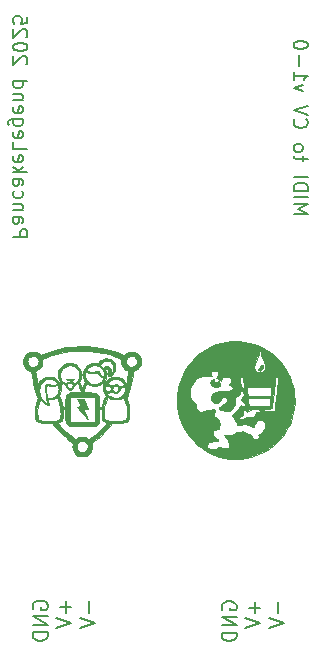
<source format=gbr>
%TF.GenerationSoftware,KiCad,Pcbnew,9.0.1*%
%TF.CreationDate,2025-06-09T19:24:01+10:00*%
%TF.ProjectId,MIDI_to_CV,4d494449-5f74-46f5-9f43-562e6b696361,rev?*%
%TF.SameCoordinates,Original*%
%TF.FileFunction,Legend,Bot*%
%TF.FilePolarity,Positive*%
%FSLAX46Y46*%
G04 Gerber Fmt 4.6, Leading zero omitted, Abs format (unit mm)*
G04 Created by KiCad (PCBNEW 9.0.1) date 2025-06-09 19:24:01*
%MOMM*%
%LPD*%
G01*
G04 APERTURE LIST*
%ADD10C,0.150000*%
%ADD11C,0.200000*%
%ADD12C,0.010000*%
G04 APERTURE END LIST*
D10*
X152654657Y-114615601D02*
X153854657Y-114615601D01*
X153854657Y-114615601D02*
X153854657Y-114158458D01*
X153854657Y-114158458D02*
X153797514Y-114044173D01*
X153797514Y-114044173D02*
X153740371Y-113987030D01*
X153740371Y-113987030D02*
X153626085Y-113929887D01*
X153626085Y-113929887D02*
X153454657Y-113929887D01*
X153454657Y-113929887D02*
X153340371Y-113987030D01*
X153340371Y-113987030D02*
X153283228Y-114044173D01*
X153283228Y-114044173D02*
X153226085Y-114158458D01*
X153226085Y-114158458D02*
X153226085Y-114615601D01*
X152654657Y-112901316D02*
X153283228Y-112901316D01*
X153283228Y-112901316D02*
X153397514Y-112958458D01*
X153397514Y-112958458D02*
X153454657Y-113072744D01*
X153454657Y-113072744D02*
X153454657Y-113301316D01*
X153454657Y-113301316D02*
X153397514Y-113415601D01*
X152711800Y-112901316D02*
X152654657Y-113015601D01*
X152654657Y-113015601D02*
X152654657Y-113301316D01*
X152654657Y-113301316D02*
X152711800Y-113415601D01*
X152711800Y-113415601D02*
X152826085Y-113472744D01*
X152826085Y-113472744D02*
X152940371Y-113472744D01*
X152940371Y-113472744D02*
X153054657Y-113415601D01*
X153054657Y-113415601D02*
X153111800Y-113301316D01*
X153111800Y-113301316D02*
X153111800Y-113015601D01*
X153111800Y-113015601D02*
X153168942Y-112901316D01*
X153454657Y-112329887D02*
X152654657Y-112329887D01*
X153340371Y-112329887D02*
X153397514Y-112272744D01*
X153397514Y-112272744D02*
X153454657Y-112158459D01*
X153454657Y-112158459D02*
X153454657Y-111987030D01*
X153454657Y-111987030D02*
X153397514Y-111872744D01*
X153397514Y-111872744D02*
X153283228Y-111815602D01*
X153283228Y-111815602D02*
X152654657Y-111815602D01*
X152711800Y-110729888D02*
X152654657Y-110844173D01*
X152654657Y-110844173D02*
X152654657Y-111072745D01*
X152654657Y-111072745D02*
X152711800Y-111187030D01*
X152711800Y-111187030D02*
X152768942Y-111244173D01*
X152768942Y-111244173D02*
X152883228Y-111301316D01*
X152883228Y-111301316D02*
X153226085Y-111301316D01*
X153226085Y-111301316D02*
X153340371Y-111244173D01*
X153340371Y-111244173D02*
X153397514Y-111187030D01*
X153397514Y-111187030D02*
X153454657Y-111072745D01*
X153454657Y-111072745D02*
X153454657Y-110844173D01*
X153454657Y-110844173D02*
X153397514Y-110729888D01*
X152654657Y-109701317D02*
X153283228Y-109701317D01*
X153283228Y-109701317D02*
X153397514Y-109758459D01*
X153397514Y-109758459D02*
X153454657Y-109872745D01*
X153454657Y-109872745D02*
X153454657Y-110101317D01*
X153454657Y-110101317D02*
X153397514Y-110215602D01*
X152711800Y-109701317D02*
X152654657Y-109815602D01*
X152654657Y-109815602D02*
X152654657Y-110101317D01*
X152654657Y-110101317D02*
X152711800Y-110215602D01*
X152711800Y-110215602D02*
X152826085Y-110272745D01*
X152826085Y-110272745D02*
X152940371Y-110272745D01*
X152940371Y-110272745D02*
X153054657Y-110215602D01*
X153054657Y-110215602D02*
X153111800Y-110101317D01*
X153111800Y-110101317D02*
X153111800Y-109815602D01*
X153111800Y-109815602D02*
X153168942Y-109701317D01*
X152654657Y-109129888D02*
X153854657Y-109129888D01*
X153111800Y-109015603D02*
X152654657Y-108672745D01*
X153454657Y-108672745D02*
X152997514Y-109129888D01*
X152711800Y-107701316D02*
X152654657Y-107815602D01*
X152654657Y-107815602D02*
X152654657Y-108044174D01*
X152654657Y-108044174D02*
X152711800Y-108158459D01*
X152711800Y-108158459D02*
X152826085Y-108215602D01*
X152826085Y-108215602D02*
X153283228Y-108215602D01*
X153283228Y-108215602D02*
X153397514Y-108158459D01*
X153397514Y-108158459D02*
X153454657Y-108044174D01*
X153454657Y-108044174D02*
X153454657Y-107815602D01*
X153454657Y-107815602D02*
X153397514Y-107701316D01*
X153397514Y-107701316D02*
X153283228Y-107644174D01*
X153283228Y-107644174D02*
X153168942Y-107644174D01*
X153168942Y-107644174D02*
X153054657Y-108215602D01*
X152654657Y-106558460D02*
X152654657Y-107129888D01*
X152654657Y-107129888D02*
X153854657Y-107129888D01*
X152711800Y-105701316D02*
X152654657Y-105815602D01*
X152654657Y-105815602D02*
X152654657Y-106044174D01*
X152654657Y-106044174D02*
X152711800Y-106158459D01*
X152711800Y-106158459D02*
X152826085Y-106215602D01*
X152826085Y-106215602D02*
X153283228Y-106215602D01*
X153283228Y-106215602D02*
X153397514Y-106158459D01*
X153397514Y-106158459D02*
X153454657Y-106044174D01*
X153454657Y-106044174D02*
X153454657Y-105815602D01*
X153454657Y-105815602D02*
X153397514Y-105701316D01*
X153397514Y-105701316D02*
X153283228Y-105644174D01*
X153283228Y-105644174D02*
X153168942Y-105644174D01*
X153168942Y-105644174D02*
X153054657Y-106215602D01*
X153454657Y-104615603D02*
X152483228Y-104615603D01*
X152483228Y-104615603D02*
X152368942Y-104672745D01*
X152368942Y-104672745D02*
X152311800Y-104729888D01*
X152311800Y-104729888D02*
X152254657Y-104844174D01*
X152254657Y-104844174D02*
X152254657Y-105015603D01*
X152254657Y-105015603D02*
X152311800Y-105129888D01*
X152711800Y-104615603D02*
X152654657Y-104729888D01*
X152654657Y-104729888D02*
X152654657Y-104958460D01*
X152654657Y-104958460D02*
X152711800Y-105072745D01*
X152711800Y-105072745D02*
X152768942Y-105129888D01*
X152768942Y-105129888D02*
X152883228Y-105187031D01*
X152883228Y-105187031D02*
X153226085Y-105187031D01*
X153226085Y-105187031D02*
X153340371Y-105129888D01*
X153340371Y-105129888D02*
X153397514Y-105072745D01*
X153397514Y-105072745D02*
X153454657Y-104958460D01*
X153454657Y-104958460D02*
X153454657Y-104729888D01*
X153454657Y-104729888D02*
X153397514Y-104615603D01*
X152711800Y-103587031D02*
X152654657Y-103701317D01*
X152654657Y-103701317D02*
X152654657Y-103929889D01*
X152654657Y-103929889D02*
X152711800Y-104044174D01*
X152711800Y-104044174D02*
X152826085Y-104101317D01*
X152826085Y-104101317D02*
X153283228Y-104101317D01*
X153283228Y-104101317D02*
X153397514Y-104044174D01*
X153397514Y-104044174D02*
X153454657Y-103929889D01*
X153454657Y-103929889D02*
X153454657Y-103701317D01*
X153454657Y-103701317D02*
X153397514Y-103587031D01*
X153397514Y-103587031D02*
X153283228Y-103529889D01*
X153283228Y-103529889D02*
X153168942Y-103529889D01*
X153168942Y-103529889D02*
X153054657Y-104101317D01*
X153454657Y-103015603D02*
X152654657Y-103015603D01*
X153340371Y-103015603D02*
X153397514Y-102958460D01*
X153397514Y-102958460D02*
X153454657Y-102844175D01*
X153454657Y-102844175D02*
X153454657Y-102672746D01*
X153454657Y-102672746D02*
X153397514Y-102558460D01*
X153397514Y-102558460D02*
X153283228Y-102501318D01*
X153283228Y-102501318D02*
X152654657Y-102501318D01*
X152654657Y-101415604D02*
X153854657Y-101415604D01*
X152711800Y-101415604D02*
X152654657Y-101529889D01*
X152654657Y-101529889D02*
X152654657Y-101758461D01*
X152654657Y-101758461D02*
X152711800Y-101872746D01*
X152711800Y-101872746D02*
X152768942Y-101929889D01*
X152768942Y-101929889D02*
X152883228Y-101987032D01*
X152883228Y-101987032D02*
X153226085Y-101987032D01*
X153226085Y-101987032D02*
X153340371Y-101929889D01*
X153340371Y-101929889D02*
X153397514Y-101872746D01*
X153397514Y-101872746D02*
X153454657Y-101758461D01*
X153454657Y-101758461D02*
X153454657Y-101529889D01*
X153454657Y-101529889D02*
X153397514Y-101415604D01*
X153740371Y-99987032D02*
X153797514Y-99929889D01*
X153797514Y-99929889D02*
X153854657Y-99815604D01*
X153854657Y-99815604D02*
X153854657Y-99529889D01*
X153854657Y-99529889D02*
X153797514Y-99415604D01*
X153797514Y-99415604D02*
X153740371Y-99358461D01*
X153740371Y-99358461D02*
X153626085Y-99301318D01*
X153626085Y-99301318D02*
X153511800Y-99301318D01*
X153511800Y-99301318D02*
X153340371Y-99358461D01*
X153340371Y-99358461D02*
X152654657Y-100044175D01*
X152654657Y-100044175D02*
X152654657Y-99301318D01*
X153854657Y-98558461D02*
X153854657Y-98444175D01*
X153854657Y-98444175D02*
X153797514Y-98329889D01*
X153797514Y-98329889D02*
X153740371Y-98272747D01*
X153740371Y-98272747D02*
X153626085Y-98215604D01*
X153626085Y-98215604D02*
X153397514Y-98158461D01*
X153397514Y-98158461D02*
X153111800Y-98158461D01*
X153111800Y-98158461D02*
X152883228Y-98215604D01*
X152883228Y-98215604D02*
X152768942Y-98272747D01*
X152768942Y-98272747D02*
X152711800Y-98329889D01*
X152711800Y-98329889D02*
X152654657Y-98444175D01*
X152654657Y-98444175D02*
X152654657Y-98558461D01*
X152654657Y-98558461D02*
X152711800Y-98672747D01*
X152711800Y-98672747D02*
X152768942Y-98729889D01*
X152768942Y-98729889D02*
X152883228Y-98787032D01*
X152883228Y-98787032D02*
X153111800Y-98844175D01*
X153111800Y-98844175D02*
X153397514Y-98844175D01*
X153397514Y-98844175D02*
X153626085Y-98787032D01*
X153626085Y-98787032D02*
X153740371Y-98729889D01*
X153740371Y-98729889D02*
X153797514Y-98672747D01*
X153797514Y-98672747D02*
X153854657Y-98558461D01*
X153740371Y-97701318D02*
X153797514Y-97644175D01*
X153797514Y-97644175D02*
X153854657Y-97529890D01*
X153854657Y-97529890D02*
X153854657Y-97244175D01*
X153854657Y-97244175D02*
X153797514Y-97129890D01*
X153797514Y-97129890D02*
X153740371Y-97072747D01*
X153740371Y-97072747D02*
X153626085Y-97015604D01*
X153626085Y-97015604D02*
X153511800Y-97015604D01*
X153511800Y-97015604D02*
X153340371Y-97072747D01*
X153340371Y-97072747D02*
X152654657Y-97758461D01*
X152654657Y-97758461D02*
X152654657Y-97015604D01*
X153854657Y-95929890D02*
X153854657Y-96501318D01*
X153854657Y-96501318D02*
X153283228Y-96558461D01*
X153283228Y-96558461D02*
X153340371Y-96501318D01*
X153340371Y-96501318D02*
X153397514Y-96387033D01*
X153397514Y-96387033D02*
X153397514Y-96101318D01*
X153397514Y-96101318D02*
X153340371Y-95987033D01*
X153340371Y-95987033D02*
X153283228Y-95929890D01*
X153283228Y-95929890D02*
X153168942Y-95872747D01*
X153168942Y-95872747D02*
X152883228Y-95872747D01*
X152883228Y-95872747D02*
X152768942Y-95929890D01*
X152768942Y-95929890D02*
X152711800Y-95987033D01*
X152711800Y-95987033D02*
X152654657Y-96101318D01*
X152654657Y-96101318D02*
X152654657Y-96387033D01*
X152654657Y-96387033D02*
X152711800Y-96501318D01*
X152711800Y-96501318D02*
X152768942Y-96558461D01*
X176404657Y-112615601D02*
X177604657Y-112615601D01*
X177604657Y-112615601D02*
X176747514Y-112215601D01*
X176747514Y-112215601D02*
X177604657Y-111815601D01*
X177604657Y-111815601D02*
X176404657Y-111815601D01*
X176404657Y-111244172D02*
X177604657Y-111244172D01*
X176404657Y-110672743D02*
X177604657Y-110672743D01*
X177604657Y-110672743D02*
X177604657Y-110387029D01*
X177604657Y-110387029D02*
X177547514Y-110215600D01*
X177547514Y-110215600D02*
X177433228Y-110101315D01*
X177433228Y-110101315D02*
X177318942Y-110044172D01*
X177318942Y-110044172D02*
X177090371Y-109987029D01*
X177090371Y-109987029D02*
X176918942Y-109987029D01*
X176918942Y-109987029D02*
X176690371Y-110044172D01*
X176690371Y-110044172D02*
X176576085Y-110101315D01*
X176576085Y-110101315D02*
X176461800Y-110215600D01*
X176461800Y-110215600D02*
X176404657Y-110387029D01*
X176404657Y-110387029D02*
X176404657Y-110672743D01*
X176404657Y-109472743D02*
X177604657Y-109472743D01*
X177204657Y-108158457D02*
X177204657Y-107701314D01*
X177604657Y-107987028D02*
X176576085Y-107987028D01*
X176576085Y-107987028D02*
X176461800Y-107929885D01*
X176461800Y-107929885D02*
X176404657Y-107815600D01*
X176404657Y-107815600D02*
X176404657Y-107701314D01*
X176404657Y-107129886D02*
X176461800Y-107244171D01*
X176461800Y-107244171D02*
X176518942Y-107301314D01*
X176518942Y-107301314D02*
X176633228Y-107358457D01*
X176633228Y-107358457D02*
X176976085Y-107358457D01*
X176976085Y-107358457D02*
X177090371Y-107301314D01*
X177090371Y-107301314D02*
X177147514Y-107244171D01*
X177147514Y-107244171D02*
X177204657Y-107129886D01*
X177204657Y-107129886D02*
X177204657Y-106958457D01*
X177204657Y-106958457D02*
X177147514Y-106844171D01*
X177147514Y-106844171D02*
X177090371Y-106787029D01*
X177090371Y-106787029D02*
X176976085Y-106729886D01*
X176976085Y-106729886D02*
X176633228Y-106729886D01*
X176633228Y-106729886D02*
X176518942Y-106787029D01*
X176518942Y-106787029D02*
X176461800Y-106844171D01*
X176461800Y-106844171D02*
X176404657Y-106958457D01*
X176404657Y-106958457D02*
X176404657Y-107129886D01*
X176518942Y-104615600D02*
X176461800Y-104672743D01*
X176461800Y-104672743D02*
X176404657Y-104844171D01*
X176404657Y-104844171D02*
X176404657Y-104958457D01*
X176404657Y-104958457D02*
X176461800Y-105129886D01*
X176461800Y-105129886D02*
X176576085Y-105244171D01*
X176576085Y-105244171D02*
X176690371Y-105301314D01*
X176690371Y-105301314D02*
X176918942Y-105358457D01*
X176918942Y-105358457D02*
X177090371Y-105358457D01*
X177090371Y-105358457D02*
X177318942Y-105301314D01*
X177318942Y-105301314D02*
X177433228Y-105244171D01*
X177433228Y-105244171D02*
X177547514Y-105129886D01*
X177547514Y-105129886D02*
X177604657Y-104958457D01*
X177604657Y-104958457D02*
X177604657Y-104844171D01*
X177604657Y-104844171D02*
X177547514Y-104672743D01*
X177547514Y-104672743D02*
X177490371Y-104615600D01*
X177604657Y-104272743D02*
X176404657Y-103872743D01*
X176404657Y-103872743D02*
X177604657Y-103472743D01*
X177204657Y-102272743D02*
X176404657Y-101987029D01*
X176404657Y-101987029D02*
X177204657Y-101701314D01*
X176404657Y-100615600D02*
X176404657Y-101301314D01*
X176404657Y-100958457D02*
X177604657Y-100958457D01*
X177604657Y-100958457D02*
X177433228Y-101072743D01*
X177433228Y-101072743D02*
X177318942Y-101187028D01*
X177318942Y-101187028D02*
X177261800Y-101301314D01*
X176861800Y-100101314D02*
X176861800Y-99187029D01*
X177604657Y-98387029D02*
X177604657Y-98272743D01*
X177604657Y-98272743D02*
X177547514Y-98158457D01*
X177547514Y-98158457D02*
X177490371Y-98101315D01*
X177490371Y-98101315D02*
X177376085Y-98044172D01*
X177376085Y-98044172D02*
X177147514Y-97987029D01*
X177147514Y-97987029D02*
X176861800Y-97987029D01*
X176861800Y-97987029D02*
X176633228Y-98044172D01*
X176633228Y-98044172D02*
X176518942Y-98101315D01*
X176518942Y-98101315D02*
X176461800Y-98158457D01*
X176461800Y-98158457D02*
X176404657Y-98272743D01*
X176404657Y-98272743D02*
X176404657Y-98387029D01*
X176404657Y-98387029D02*
X176461800Y-98501315D01*
X176461800Y-98501315D02*
X176518942Y-98558457D01*
X176518942Y-98558457D02*
X176633228Y-98615600D01*
X176633228Y-98615600D02*
X176861800Y-98672743D01*
X176861800Y-98672743D02*
X177147514Y-98672743D01*
X177147514Y-98672743D02*
X177376085Y-98615600D01*
X177376085Y-98615600D02*
X177490371Y-98558457D01*
X177490371Y-98558457D02*
X177547514Y-98501315D01*
X177547514Y-98501315D02*
X177604657Y-98387029D01*
D11*
X157093316Y-145433958D02*
X157093316Y-146401578D01*
X157577126Y-145917768D02*
X156609507Y-145917768D01*
X156307126Y-146824911D02*
X157577126Y-147248244D01*
X157577126Y-147248244D02*
X156307126Y-147671578D01*
X154367602Y-146099197D02*
X154307126Y-145978244D01*
X154307126Y-145978244D02*
X154307126Y-145796816D01*
X154307126Y-145796816D02*
X154367602Y-145615387D01*
X154367602Y-145615387D02*
X154488554Y-145494435D01*
X154488554Y-145494435D02*
X154609507Y-145433958D01*
X154609507Y-145433958D02*
X154851411Y-145373482D01*
X154851411Y-145373482D02*
X155032840Y-145373482D01*
X155032840Y-145373482D02*
X155274745Y-145433958D01*
X155274745Y-145433958D02*
X155395697Y-145494435D01*
X155395697Y-145494435D02*
X155516650Y-145615387D01*
X155516650Y-145615387D02*
X155577126Y-145796816D01*
X155577126Y-145796816D02*
X155577126Y-145917768D01*
X155577126Y-145917768D02*
X155516650Y-146099197D01*
X155516650Y-146099197D02*
X155456173Y-146159673D01*
X155456173Y-146159673D02*
X155032840Y-146159673D01*
X155032840Y-146159673D02*
X155032840Y-145917768D01*
X155577126Y-146703958D02*
X154307126Y-146703958D01*
X154307126Y-146703958D02*
X155577126Y-147429673D01*
X155577126Y-147429673D02*
X154307126Y-147429673D01*
X155577126Y-148034434D02*
X154307126Y-148034434D01*
X154307126Y-148034434D02*
X154307126Y-148336815D01*
X154307126Y-148336815D02*
X154367602Y-148518244D01*
X154367602Y-148518244D02*
X154488554Y-148639196D01*
X154488554Y-148639196D02*
X154609507Y-148699673D01*
X154609507Y-148699673D02*
X154851411Y-148760149D01*
X154851411Y-148760149D02*
X155032840Y-148760149D01*
X155032840Y-148760149D02*
X155274745Y-148699673D01*
X155274745Y-148699673D02*
X155395697Y-148639196D01*
X155395697Y-148639196D02*
X155516650Y-148518244D01*
X155516650Y-148518244D02*
X155577126Y-148336815D01*
X155577126Y-148336815D02*
X155577126Y-148034434D01*
X159093316Y-145433958D02*
X159093316Y-146401578D01*
X158307126Y-146824911D02*
X159577126Y-147248244D01*
X159577126Y-147248244D02*
X158307126Y-147671578D01*
X173093316Y-145483958D02*
X173093316Y-146451578D01*
X173577126Y-145967768D02*
X172609507Y-145967768D01*
X172307126Y-146874911D02*
X173577126Y-147298244D01*
X173577126Y-147298244D02*
X172307126Y-147721578D01*
X170367602Y-146149197D02*
X170307126Y-146028244D01*
X170307126Y-146028244D02*
X170307126Y-145846816D01*
X170307126Y-145846816D02*
X170367602Y-145665387D01*
X170367602Y-145665387D02*
X170488554Y-145544435D01*
X170488554Y-145544435D02*
X170609507Y-145483958D01*
X170609507Y-145483958D02*
X170851411Y-145423482D01*
X170851411Y-145423482D02*
X171032840Y-145423482D01*
X171032840Y-145423482D02*
X171274745Y-145483958D01*
X171274745Y-145483958D02*
X171395697Y-145544435D01*
X171395697Y-145544435D02*
X171516650Y-145665387D01*
X171516650Y-145665387D02*
X171577126Y-145846816D01*
X171577126Y-145846816D02*
X171577126Y-145967768D01*
X171577126Y-145967768D02*
X171516650Y-146149197D01*
X171516650Y-146149197D02*
X171456173Y-146209673D01*
X171456173Y-146209673D02*
X171032840Y-146209673D01*
X171032840Y-146209673D02*
X171032840Y-145967768D01*
X171577126Y-146753958D02*
X170307126Y-146753958D01*
X170307126Y-146753958D02*
X171577126Y-147479673D01*
X171577126Y-147479673D02*
X170307126Y-147479673D01*
X171577126Y-148084434D02*
X170307126Y-148084434D01*
X170307126Y-148084434D02*
X170307126Y-148386815D01*
X170307126Y-148386815D02*
X170367602Y-148568244D01*
X170367602Y-148568244D02*
X170488554Y-148689196D01*
X170488554Y-148689196D02*
X170609507Y-148749673D01*
X170609507Y-148749673D02*
X170851411Y-148810149D01*
X170851411Y-148810149D02*
X171032840Y-148810149D01*
X171032840Y-148810149D02*
X171274745Y-148749673D01*
X171274745Y-148749673D02*
X171395697Y-148689196D01*
X171395697Y-148689196D02*
X171516650Y-148568244D01*
X171516650Y-148568244D02*
X171577126Y-148386815D01*
X171577126Y-148386815D02*
X171577126Y-148084434D01*
X175093316Y-145483958D02*
X175093316Y-146451578D01*
X174307126Y-146874911D02*
X175577126Y-147298244D01*
X175577126Y-147298244D02*
X174307126Y-147721578D01*
D12*
%TO.C,Ref\u002A\u002A*%
X163484737Y-125141985D02*
X163483501Y-125242784D01*
X163478763Y-125315197D01*
X163468421Y-125371359D01*
X163450376Y-125423408D01*
X163422528Y-125483480D01*
X163388865Y-125543091D01*
X163325170Y-125634561D01*
X163258694Y-125711822D01*
X163238973Y-125730408D01*
X163165209Y-125788475D01*
X163078686Y-125844704D01*
X162990693Y-125892740D01*
X162912517Y-125926228D01*
X162855445Y-125938816D01*
X162837573Y-125941987D01*
X162820973Y-125958540D01*
X162818685Y-125965262D01*
X162808297Y-125995786D01*
X162797291Y-126060906D01*
X162785701Y-126161083D01*
X162765591Y-126324233D01*
X162718115Y-126614609D01*
X162654613Y-126925321D01*
X162610275Y-127109618D01*
X162577509Y-127245816D01*
X162524256Y-127438678D01*
X162489227Y-127565543D01*
X162392191Y-127873950D01*
X162391660Y-127875530D01*
X162352145Y-127996409D01*
X162318767Y-128104847D01*
X162293479Y-128193963D01*
X162278236Y-128256874D01*
X162274992Y-128286700D01*
X162278206Y-128296656D01*
X162294180Y-128344138D01*
X162318661Y-128415674D01*
X162347805Y-128500000D01*
X162393065Y-128641226D01*
X162437519Y-128819979D01*
X162466870Y-129003041D01*
X162482967Y-129202722D01*
X162487224Y-129410167D01*
X162487658Y-129431333D01*
X162483058Y-129652896D01*
X162469159Y-129845101D01*
X162445861Y-129997957D01*
X162413052Y-130112473D01*
X162392505Y-130147213D01*
X162349865Y-130183502D01*
X162281986Y-130217338D01*
X162183294Y-130251410D01*
X162048215Y-130288404D01*
X161966014Y-130308384D01*
X161952854Y-130310931D01*
X161734367Y-130353218D01*
X161510788Y-130376981D01*
X161275313Y-130382093D01*
X161034377Y-130378785D01*
X160856374Y-130593832D01*
X160633399Y-130849601D01*
X160363951Y-131130949D01*
X160077840Y-131404540D01*
X159786032Y-131659928D01*
X159499492Y-131886667D01*
X159451333Y-131922752D01*
X159377832Y-131979626D01*
X159331153Y-132020158D01*
X159306164Y-132049810D01*
X159297734Y-132074047D01*
X159300734Y-132098333D01*
X159304331Y-132118816D01*
X159309676Y-132181092D01*
X159313261Y-132266526D01*
X159314298Y-132350199D01*
X159314455Y-132362917D01*
X159313816Y-132433436D01*
X159309897Y-132516123D01*
X159300277Y-132578685D01*
X159282531Y-132634587D01*
X159254234Y-132697296D01*
X159225158Y-132751155D01*
X159119431Y-132891996D01*
X158985608Y-133010928D01*
X158832363Y-133101160D01*
X158668375Y-133155900D01*
X158505036Y-133172143D01*
X158331279Y-133152192D01*
X158165723Y-133096816D01*
X158014362Y-133009531D01*
X157883190Y-132893852D01*
X157778204Y-132753291D01*
X157705399Y-132591365D01*
X157691309Y-132524767D01*
X157681855Y-132430995D01*
X157679285Y-132360191D01*
X158036316Y-132360191D01*
X158054529Y-132474941D01*
X158102516Y-132583367D01*
X158181713Y-132679366D01*
X158293557Y-132756834D01*
X158420664Y-132801606D01*
X158552194Y-132806950D01*
X158679398Y-132771486D01*
X158797338Y-132695812D01*
X158807941Y-132686493D01*
X158895050Y-132583460D01*
X158946547Y-132469292D01*
X158964695Y-132350199D01*
X158951758Y-132232390D01*
X158909998Y-132122076D01*
X158841679Y-132025467D01*
X158749065Y-131948771D01*
X158634417Y-131898200D01*
X158500000Y-131879963D01*
X158471804Y-131880694D01*
X158341554Y-131905210D01*
X158232456Y-131960025D01*
X158145946Y-132039034D01*
X158083461Y-132136134D01*
X158046439Y-132245221D01*
X158036316Y-132360191D01*
X157679285Y-132360191D01*
X157678047Y-132326091D01*
X157679987Y-132223313D01*
X157687775Y-132135919D01*
X157701510Y-132077167D01*
X157701766Y-132076499D01*
X157694672Y-132052518D01*
X157659559Y-132013523D01*
X157593810Y-131957024D01*
X157494808Y-131880531D01*
X157424496Y-131827077D01*
X157087411Y-131550752D01*
X156754035Y-131245631D01*
X156435187Y-130922032D01*
X156141685Y-130590271D01*
X155965433Y-130378935D01*
X155714008Y-130381775D01*
X155631219Y-130381427D01*
X155456941Y-130373095D01*
X155283685Y-130355590D01*
X155117353Y-130330229D01*
X155037599Y-130313658D01*
X156406766Y-130313658D01*
X156408042Y-130318505D01*
X156428760Y-130348372D01*
X156469069Y-130398863D01*
X156523183Y-130462577D01*
X156698706Y-130657752D01*
X157017604Y-130983695D01*
X157348065Y-131287645D01*
X157679867Y-131559903D01*
X157911908Y-131738434D01*
X157992605Y-131674521D01*
X158062450Y-131624080D01*
X158180160Y-131563076D01*
X158311077Y-131526789D01*
X158468250Y-131510727D01*
X158537976Y-131508658D01*
X158629677Y-131511323D01*
X158705792Y-131523190D01*
X158782717Y-131546106D01*
X158833506Y-131566373D01*
X158927422Y-131612759D01*
X159007663Y-131662153D01*
X159108642Y-131734700D01*
X159338779Y-131556008D01*
X159583667Y-131356869D01*
X159861098Y-131111496D01*
X160128751Y-130854812D01*
X160371904Y-130600435D01*
X160634993Y-130310931D01*
X160463833Y-130255317D01*
X160402200Y-130234266D01*
X160322804Y-130199919D01*
X160271002Y-130162025D01*
X160237946Y-130113140D01*
X160214786Y-130045821D01*
X160207606Y-130016228D01*
X160188192Y-129906586D01*
X160171965Y-129772592D01*
X160160102Y-129627613D01*
X160153781Y-129485016D01*
X160154160Y-129364467D01*
X160332189Y-129364467D01*
X160334700Y-129572968D01*
X160351031Y-129777805D01*
X160380232Y-129960500D01*
X160383159Y-129972830D01*
X160396709Y-130006244D01*
X160421459Y-130033214D01*
X160463498Y-130056547D01*
X160528917Y-130079046D01*
X160623804Y-130103517D01*
X160754250Y-130132765D01*
X160849139Y-130150072D01*
X161020587Y-130170341D01*
X161208112Y-130182057D01*
X161397428Y-130184794D01*
X161574246Y-130178127D01*
X161724279Y-130161632D01*
X161830666Y-130142454D01*
X161950730Y-130117026D01*
X162060591Y-130090102D01*
X162149696Y-130064289D01*
X162207494Y-130042196D01*
X162227398Y-130020795D01*
X162251327Y-129958210D01*
X162270830Y-129861301D01*
X162285267Y-129734622D01*
X162293998Y-129582726D01*
X162296382Y-129410167D01*
X162295611Y-129348789D01*
X162283982Y-129129093D01*
X162256545Y-128926351D01*
X162210575Y-128728113D01*
X162143342Y-128521934D01*
X162052121Y-128295363D01*
X161968249Y-128101310D01*
X161849270Y-128184656D01*
X161685436Y-128275516D01*
X161504758Y-128331538D01*
X161317210Y-128350508D01*
X161129623Y-128332422D01*
X160948830Y-128277278D01*
X160781661Y-128185074D01*
X160663279Y-128102147D01*
X160598929Y-128242865D01*
X160569531Y-128308479D01*
X160481127Y-128530337D01*
X160416517Y-128742437D01*
X160371342Y-128961003D01*
X160341245Y-129202261D01*
X160332189Y-129364467D01*
X160154160Y-129364467D01*
X160154180Y-129358166D01*
X160154805Y-129340745D01*
X160157316Y-129252881D01*
X160156351Y-129198778D01*
X160150574Y-129171068D01*
X160138652Y-129162384D01*
X160119250Y-129165360D01*
X160080599Y-129172497D01*
X160020050Y-129177044D01*
X159963183Y-129177333D01*
X159956550Y-129701208D01*
X159954348Y-129859788D01*
X159951837Y-129988274D01*
X159948610Y-130085757D01*
X159944170Y-130158006D01*
X159938026Y-130210788D01*
X159929682Y-130249873D01*
X159918644Y-130281030D01*
X159904420Y-130310027D01*
X159884552Y-130344505D01*
X159784010Y-130467593D01*
X159653861Y-130560586D01*
X159640724Y-130567436D01*
X159619593Y-130576857D01*
X159594737Y-130584658D01*
X159562293Y-130591022D01*
X159518403Y-130596132D01*
X159459204Y-130600171D01*
X159380837Y-130603322D01*
X159279441Y-130605768D01*
X159151154Y-130607692D01*
X158992117Y-130609278D01*
X158798468Y-130610708D01*
X158566347Y-130612166D01*
X158474195Y-130612714D01*
X158238739Y-130613864D01*
X158040467Y-130614120D01*
X157875566Y-130613113D01*
X157740225Y-130610477D01*
X157630633Y-130605843D01*
X157542978Y-130598844D01*
X157473450Y-130589112D01*
X157418237Y-130576280D01*
X157373528Y-130559981D01*
X157335512Y-130539847D01*
X157300376Y-130515509D01*
X157264311Y-130486602D01*
X157236155Y-130459963D01*
X157177721Y-130387889D01*
X157132226Y-130311250D01*
X157130809Y-130308200D01*
X157115311Y-130272841D01*
X157103511Y-130238209D01*
X157094903Y-130198153D01*
X157088982Y-130146521D01*
X157085241Y-130077162D01*
X157083175Y-129983925D01*
X157082277Y-129860657D01*
X157082040Y-129701208D01*
X157081718Y-129606641D01*
X157080242Y-129475137D01*
X157077742Y-129362650D01*
X157074404Y-129275008D01*
X157070414Y-129218041D01*
X157065958Y-129197578D01*
X157059631Y-129196865D01*
X157019991Y-129190361D01*
X156961624Y-129179528D01*
X156873165Y-129162399D01*
X156872508Y-129450324D01*
X156870415Y-129565251D01*
X156870241Y-129574845D01*
X156860353Y-129743356D01*
X156843458Y-129892479D01*
X156820455Y-130016512D01*
X156792240Y-130109753D01*
X156759713Y-130166501D01*
X156758836Y-130167415D01*
X156715150Y-130197814D01*
X156645624Y-130231446D01*
X156564896Y-130261197D01*
X156553780Y-130264677D01*
X156482153Y-130287536D01*
X156429580Y-130305047D01*
X156406766Y-130313658D01*
X155037599Y-130313658D01*
X154963847Y-130298334D01*
X154829067Y-130261224D01*
X154718916Y-130220219D01*
X154639295Y-130176638D01*
X154596105Y-130131800D01*
X154571321Y-130066725D01*
X154545797Y-129950952D01*
X154527018Y-129801597D01*
X154515535Y-129623312D01*
X154511899Y-129420750D01*
X154512009Y-129401091D01*
X154693801Y-129401091D01*
X154694408Y-129499156D01*
X154702084Y-129605937D01*
X154717155Y-129737887D01*
X154717291Y-129738968D01*
X154735002Y-129866089D01*
X154751625Y-129955309D01*
X154768154Y-130010977D01*
X154785584Y-130037444D01*
X154791096Y-130040913D01*
X154838781Y-130060241D01*
X154916497Y-130083704D01*
X155014640Y-130108953D01*
X155123605Y-130133639D01*
X155233787Y-130155414D01*
X155335583Y-130171929D01*
X155479215Y-130186038D01*
X155709959Y-130190164D01*
X155952326Y-130175722D01*
X156191195Y-130143789D01*
X156411446Y-130095437D01*
X156453882Y-130083800D01*
X156529865Y-130060376D01*
X156577223Y-130036074D01*
X156604510Y-130002247D01*
X156620283Y-129950247D01*
X156633099Y-129871427D01*
X156664695Y-129565251D01*
X156663788Y-129252813D01*
X156626084Y-128948386D01*
X156550617Y-128644401D01*
X156436417Y-128333289D01*
X156338366Y-128100995D01*
X156219162Y-128184498D01*
X156203212Y-128195381D01*
X156044281Y-128279039D01*
X155869470Y-128332819D01*
X155694126Y-128351833D01*
X155559711Y-128351833D01*
X155591206Y-128441098D01*
X155599856Y-128464002D01*
X155635906Y-128545075D01*
X155676300Y-128621823D01*
X155679905Y-128628062D01*
X155716692Y-128714530D01*
X155716886Y-128780353D01*
X155680480Y-128825221D01*
X155675576Y-128827912D01*
X155621511Y-128833181D01*
X155545398Y-128812702D01*
X155453770Y-128770663D01*
X155353157Y-128711249D01*
X155250091Y-128638647D01*
X155151104Y-128557045D01*
X155062727Y-128470628D01*
X154991491Y-128383583D01*
X154946808Y-128320083D01*
X154890156Y-128447083D01*
X154878576Y-128474002D01*
X154822856Y-128631548D01*
X154773720Y-128816495D01*
X154734103Y-129016476D01*
X154706940Y-129219124D01*
X154699941Y-129295288D01*
X154693801Y-129401091D01*
X154512009Y-129401091D01*
X154512160Y-129374270D01*
X154518099Y-129177901D01*
X154533556Y-129005226D01*
X154560891Y-128841320D01*
X154602464Y-128671261D01*
X154660635Y-128480125D01*
X154735394Y-128250425D01*
X154617760Y-127904254D01*
X154528616Y-127625034D01*
X154519318Y-127592115D01*
X154846386Y-127592115D01*
X154860421Y-127754212D01*
X154894599Y-127919750D01*
X154945865Y-128070433D01*
X154950301Y-128080545D01*
X155014541Y-128199212D01*
X155099862Y-128322633D01*
X155194916Y-128435791D01*
X155288353Y-128523667D01*
X155345256Y-128565416D01*
X155413682Y-128610334D01*
X155482139Y-128651278D01*
X155541875Y-128683281D01*
X155584135Y-128701376D01*
X155600167Y-128700596D01*
X155599080Y-128695727D01*
X155585140Y-128661817D01*
X155560275Y-128610282D01*
X155553880Y-128597028D01*
X155525999Y-128531010D01*
X155493097Y-128444217D01*
X155461005Y-128351833D01*
X155454635Y-128332432D01*
X155437609Y-128277877D01*
X155424528Y-128227592D01*
X155414757Y-128174920D01*
X155407659Y-128113203D01*
X155402599Y-128035785D01*
X155398941Y-127936008D01*
X155396049Y-127807216D01*
X155393287Y-127642750D01*
X155391885Y-127553810D01*
X155472877Y-127553810D01*
X155473428Y-127680839D01*
X155476006Y-127805436D01*
X155480633Y-127919991D01*
X155487326Y-128016888D01*
X155496107Y-128088517D01*
X155496537Y-128090980D01*
X155510606Y-128162405D01*
X155525496Y-128202815D01*
X155547627Y-128222844D01*
X155583420Y-128233125D01*
X155678749Y-128242326D01*
X155820800Y-128229655D01*
X155965962Y-128191081D01*
X156099544Y-128129553D01*
X156219344Y-128041886D01*
X156244126Y-128014535D01*
X156519018Y-128014535D01*
X156588441Y-128156726D01*
X156609680Y-128202073D01*
X156670121Y-128348593D01*
X156728095Y-128511674D01*
X156777544Y-128673476D01*
X156812409Y-128816160D01*
X156824239Y-128870631D01*
X156841199Y-128924099D01*
X156861987Y-128952535D01*
X156892016Y-128966139D01*
X156946577Y-128979243D01*
X157013042Y-128993409D01*
X157081833Y-129006942D01*
X157081833Y-128583457D01*
X157081994Y-128496758D01*
X157083699Y-128355154D01*
X157088261Y-128245582D01*
X157092933Y-128199926D01*
X157431083Y-128199926D01*
X157431083Y-130175907D01*
X157481053Y-130216370D01*
X157482692Y-130217681D01*
X157496464Y-130226990D01*
X157514582Y-130234697D01*
X157540844Y-130240952D01*
X157579050Y-130245906D01*
X157632998Y-130249710D01*
X157706487Y-130252515D01*
X157803315Y-130254472D01*
X157927282Y-130255731D01*
X158082186Y-130256444D01*
X158271826Y-130256761D01*
X158500000Y-130256833D01*
X158531404Y-130256832D01*
X158754448Y-130256737D01*
X158939442Y-130256378D01*
X159090186Y-130255604D01*
X159210477Y-130254264D01*
X159304115Y-130252208D01*
X159374898Y-130249283D01*
X159426625Y-130245341D01*
X159463094Y-130240229D01*
X159488105Y-130233797D01*
X159505457Y-130225895D01*
X159518947Y-130216370D01*
X159568917Y-130175907D01*
X159568917Y-128199926D01*
X159518947Y-128159463D01*
X159517308Y-128158152D01*
X159503536Y-128148843D01*
X159485419Y-128141136D01*
X159459156Y-128134881D01*
X159420951Y-128129927D01*
X159367003Y-128126123D01*
X159293514Y-128123318D01*
X159196685Y-128121361D01*
X159072718Y-128120102D01*
X158917814Y-128119389D01*
X158728174Y-128119072D01*
X158500000Y-128119000D01*
X158468596Y-128119001D01*
X158245552Y-128119096D01*
X158060558Y-128119455D01*
X157909815Y-128120229D01*
X157789524Y-128121569D01*
X157695886Y-128123625D01*
X157625103Y-128126550D01*
X157573376Y-128130492D01*
X157536906Y-128135604D01*
X157511895Y-128142036D01*
X157494544Y-128149938D01*
X157481053Y-128159463D01*
X157431083Y-128199926D01*
X157092933Y-128199926D01*
X157096893Y-128161227D01*
X157110806Y-128095274D01*
X157131213Y-128040909D01*
X157159327Y-127991316D01*
X157196360Y-127939680D01*
X157225548Y-127908556D01*
X157288396Y-127857454D01*
X157359747Y-127811649D01*
X157473417Y-127748800D01*
X157933792Y-127741327D01*
X157991608Y-127740288D01*
X158120327Y-127737203D01*
X158231018Y-127733479D01*
X158317606Y-127729384D01*
X158374014Y-127725184D01*
X158394167Y-127721144D01*
X158393842Y-127719201D01*
X158627000Y-127719201D01*
X158627134Y-127721144D01*
X158627542Y-127727097D01*
X158633322Y-127738421D01*
X158649773Y-127746722D01*
X158682173Y-127752471D01*
X158735797Y-127756139D01*
X158815924Y-127758198D01*
X158927830Y-127759119D01*
X159076792Y-127759373D01*
X159164794Y-127759469D01*
X159294392Y-127760145D01*
X159391983Y-127761982D01*
X159464213Y-127765582D01*
X159517726Y-127771543D01*
X159559168Y-127780469D01*
X159595183Y-127792958D01*
X159632417Y-127809613D01*
X159725114Y-127862965D01*
X159822468Y-127954638D01*
X159895288Y-128076667D01*
X159906948Y-128104422D01*
X159918987Y-128142751D01*
X159927558Y-128188921D01*
X159928586Y-128199926D01*
X159933246Y-128249828D01*
X159936637Y-128332371D01*
X159938316Y-128443449D01*
X159938869Y-128589958D01*
X159939237Y-128692011D01*
X159940888Y-128816975D01*
X159944095Y-128906597D01*
X159949132Y-128965110D01*
X159956273Y-128996745D01*
X159965792Y-129005733D01*
X159974549Y-129004633D01*
X160020456Y-128996350D01*
X160082113Y-128983340D01*
X160131410Y-128969459D01*
X160167815Y-128945560D01*
X160184448Y-128906231D01*
X160189616Y-128882891D01*
X160264135Y-128594190D01*
X160350948Y-128337229D01*
X160448450Y-128116811D01*
X160490851Y-128033699D01*
X160371516Y-127788275D01*
X160356541Y-127756504D01*
X160570367Y-127756504D01*
X160609392Y-127825907D01*
X160624790Y-127851750D01*
X160725852Y-127977522D01*
X160793222Y-128033699D01*
X160856083Y-128086117D01*
X161005158Y-128170142D01*
X161162750Y-128222200D01*
X161198569Y-128229369D01*
X161308520Y-128242791D01*
X161410195Y-128237235D01*
X161526320Y-128212068D01*
X161678684Y-128154478D01*
X161831416Y-128055484D01*
X161960355Y-127923032D01*
X162062470Y-127759679D01*
X162073780Y-127736429D01*
X162103607Y-127667493D01*
X162120606Y-127605918D01*
X162128259Y-127535160D01*
X162130050Y-127438678D01*
X162129842Y-127403579D01*
X162127655Y-127325118D01*
X162123590Y-127268078D01*
X162118276Y-127242914D01*
X162105382Y-127242471D01*
X162059054Y-127252036D01*
X161988028Y-127271536D01*
X161901317Y-127298654D01*
X161696167Y-127366229D01*
X161696167Y-127423961D01*
X161696167Y-127439598D01*
X161695571Y-127460422D01*
X161670966Y-127570056D01*
X161615581Y-127661627D01*
X161536743Y-127732423D01*
X161441774Y-127779732D01*
X161337999Y-127800845D01*
X161232743Y-127793048D01*
X161133330Y-127753631D01*
X161047085Y-127679882D01*
X161001253Y-127625386D01*
X160936498Y-127679874D01*
X160854228Y-127734016D01*
X160747969Y-127769818D01*
X160645054Y-127770516D01*
X160570367Y-127756504D01*
X160356541Y-127756504D01*
X160318186Y-127675128D01*
X160274664Y-127569926D01*
X160249500Y-127485101D01*
X160241752Y-127418787D01*
X160447333Y-127418787D01*
X160449910Y-127461632D01*
X160469515Y-127519288D01*
X160516125Y-127578055D01*
X160598536Y-127641466D01*
X160686263Y-127664037D01*
X160777212Y-127644667D01*
X160788656Y-127639343D01*
X160867783Y-127581170D01*
X160917787Y-127504283D01*
X160931681Y-127439999D01*
X161059746Y-127439999D01*
X161084392Y-127532389D01*
X161139989Y-127611347D01*
X161222791Y-127666481D01*
X161251341Y-127677958D01*
X161307356Y-127692958D01*
X161356291Y-127686788D01*
X161419496Y-127658592D01*
X161498944Y-127603422D01*
X161555095Y-127522467D01*
X161573037Y-127423961D01*
X161568550Y-127377437D01*
X161535187Y-127290340D01*
X161476301Y-127224846D01*
X161400199Y-127183130D01*
X161315191Y-127167365D01*
X161229583Y-127179725D01*
X161151684Y-127222384D01*
X161089802Y-127297516D01*
X161069797Y-127344571D01*
X161062063Y-127417997D01*
X161059746Y-127439999D01*
X160931681Y-127439999D01*
X160936436Y-127417997D01*
X160921496Y-127331628D01*
X160870736Y-127254492D01*
X160801025Y-127201367D01*
X160707745Y-127173673D01*
X160606513Y-127187525D01*
X160597700Y-127190623D01*
X160517519Y-127241495D01*
X160465719Y-127319987D01*
X160447333Y-127418787D01*
X160241752Y-127418787D01*
X160240961Y-127412021D01*
X160247316Y-127342052D01*
X160266831Y-127266562D01*
X160267771Y-127263570D01*
X160286983Y-127197738D01*
X160292067Y-127153553D01*
X160282108Y-127113075D01*
X160256188Y-127058367D01*
X160249268Y-127044792D01*
X160596030Y-127044792D01*
X160600586Y-127049681D01*
X160634977Y-127057558D01*
X160692142Y-127060667D01*
X160696934Y-127060681D01*
X160787735Y-127069937D01*
X160862520Y-127101371D01*
X160939458Y-127162463D01*
X160997667Y-127216753D01*
X161055875Y-127161223D01*
X161073847Y-127145193D01*
X161174764Y-127085668D01*
X161286981Y-127060285D01*
X161400879Y-127068624D01*
X161506840Y-127110265D01*
X161595247Y-127184788D01*
X161607746Y-127198834D01*
X161648782Y-127235340D01*
X161678925Y-127248836D01*
X161704145Y-127245137D01*
X161767527Y-127229540D01*
X161843135Y-127205933D01*
X161920377Y-127178228D01*
X161988662Y-127150333D01*
X162037401Y-127126160D01*
X162056000Y-127109618D01*
X162055205Y-127098949D01*
X162031499Y-127037296D01*
X161980189Y-126962901D01*
X161908491Y-126883170D01*
X161823624Y-126805510D01*
X161732805Y-126737329D01*
X161643250Y-126686032D01*
X161616113Y-126673661D01*
X161552901Y-126649158D01*
X161491459Y-126634941D01*
X161417107Y-126628355D01*
X161315167Y-126626750D01*
X161276674Y-126626903D01*
X161185423Y-126629936D01*
X161117002Y-126638841D01*
X161056879Y-126656211D01*
X160990523Y-126684635D01*
X160932776Y-126713873D01*
X160856587Y-126758202D01*
X160800023Y-126797656D01*
X160792827Y-126803757D01*
X160745236Y-126849907D01*
X160693202Y-126907453D01*
X160645284Y-126966029D01*
X160610041Y-127015264D01*
X160596030Y-127044792D01*
X160249268Y-127044792D01*
X160239922Y-127026458D01*
X160215270Y-126979626D01*
X160202705Y-126957987D01*
X160198603Y-126957908D01*
X160170008Y-126973103D01*
X160125039Y-127004770D01*
X160086454Y-127031927D01*
X159960063Y-127101060D01*
X159819444Y-127155828D01*
X159685117Y-127187697D01*
X159595450Y-127195348D01*
X159425734Y-127185731D01*
X159259496Y-127148017D01*
X159108201Y-127085263D01*
X158983311Y-127000527D01*
X158907975Y-126934381D01*
X158821440Y-127120629D01*
X158808923Y-127148270D01*
X158766694Y-127250400D01*
X158724953Y-127362899D01*
X158686908Y-127475898D01*
X158655763Y-127579527D01*
X158634725Y-127663918D01*
X158627000Y-127719201D01*
X158393842Y-127719201D01*
X158388623Y-127688027D01*
X158369772Y-127620637D01*
X158340718Y-127531335D01*
X158304753Y-127429401D01*
X158265166Y-127324113D01*
X158225248Y-127224749D01*
X158188289Y-127140588D01*
X158091961Y-126934760D01*
X158015522Y-126994813D01*
X157999040Y-127007417D01*
X157933517Y-127052950D01*
X157875583Y-127087483D01*
X157857780Y-127098018D01*
X157849139Y-127107081D01*
X157811634Y-127146419D01*
X157774806Y-127226179D01*
X157753546Y-127274567D01*
X157704469Y-127357328D01*
X157647806Y-127430801D01*
X157607132Y-127473749D01*
X157563317Y-127509917D01*
X157521015Y-127526187D01*
X157465972Y-127530364D01*
X157396995Y-127523819D01*
X157317805Y-127489789D01*
X157294224Y-127470153D01*
X157226389Y-127393565D01*
X157165136Y-127298569D01*
X157121978Y-127202084D01*
X157093434Y-127143457D01*
X157030340Y-127088059D01*
X157016877Y-127080811D01*
X157000474Y-127070593D01*
X157193875Y-127070593D01*
X157210138Y-127137345D01*
X157239805Y-127214531D01*
X157277839Y-127289187D01*
X157319202Y-127348348D01*
X157334430Y-127364647D01*
X157404327Y-127413509D01*
X157473600Y-127420890D01*
X157540666Y-127387470D01*
X157603940Y-127313932D01*
X157661836Y-127200957D01*
X157690837Y-127107081D01*
X157689045Y-127038767D01*
X157655559Y-126998358D01*
X157628239Y-126986481D01*
X157552194Y-126968768D01*
X157463094Y-126961969D01*
X157371891Y-126965352D01*
X157289539Y-126978181D01*
X157226990Y-126999722D01*
X157195198Y-127029239D01*
X157193875Y-127070593D01*
X157000474Y-127070593D01*
X156953406Y-127041273D01*
X156889846Y-126995501D01*
X156814275Y-126936135D01*
X156784821Y-126995457D01*
X156754460Y-127056609D01*
X156734056Y-127099319D01*
X156713235Y-127153892D01*
X156702018Y-127209367D01*
X156698022Y-127279529D01*
X156698862Y-127378167D01*
X156695909Y-127436716D01*
X156688936Y-127575011D01*
X156645427Y-127767179D01*
X156567913Y-127934476D01*
X156519018Y-128014535D01*
X156244126Y-128014535D01*
X156334719Y-127914553D01*
X156423117Y-127766067D01*
X156480994Y-127604198D01*
X156504806Y-127436716D01*
X156491009Y-127271389D01*
X156472593Y-127189541D01*
X156453839Y-127138693D01*
X156428526Y-127118642D01*
X156389318Y-127123838D01*
X156328877Y-127148731D01*
X156299801Y-127160566D01*
X156167511Y-127194217D01*
X156018202Y-127207147D01*
X155868023Y-127198815D01*
X155733126Y-127168680D01*
X155732877Y-127168596D01*
X155637776Y-127139118D01*
X155572672Y-127126580D01*
X155529093Y-127130293D01*
X155498567Y-127149566D01*
X155490550Y-127173639D01*
X155483190Y-127234264D01*
X155477778Y-127322910D01*
X155474333Y-127431962D01*
X155472877Y-127553810D01*
X155391885Y-127553810D01*
X155384948Y-127113583D01*
X155437145Y-127064613D01*
X155486126Y-127030775D01*
X155550334Y-127016558D01*
X155633157Y-127026449D01*
X155742766Y-127060333D01*
X155758884Y-127065930D01*
X155894515Y-127095508D01*
X156038842Y-127101077D01*
X156177020Y-127083129D01*
X156294208Y-127042152D01*
X156384999Y-126995457D01*
X156340795Y-126933378D01*
X156309665Y-126894789D01*
X156223276Y-126812421D01*
X156118792Y-126735156D01*
X156011231Y-126674780D01*
X156002127Y-126670647D01*
X155943733Y-126648504D01*
X155881735Y-126635113D01*
X155803255Y-126628514D01*
X155695417Y-126626750D01*
X155638171Y-126627069D01*
X155550187Y-126630439D01*
X155484115Y-126639365D01*
X155426435Y-126656141D01*
X155363626Y-126683062D01*
X155343622Y-126692731D01*
X155185192Y-126794232D01*
X155056129Y-126925899D01*
X154956896Y-127087000D01*
X154887954Y-127276805D01*
X154849766Y-127494583D01*
X154846386Y-127592115D01*
X154519318Y-127592115D01*
X154442256Y-127319285D01*
X154365226Y-127009566D01*
X154299945Y-126706326D01*
X154248829Y-126420015D01*
X154214300Y-126161083D01*
X154208143Y-126103290D01*
X154197996Y-126026949D01*
X154185506Y-125981167D01*
X154542737Y-125981167D01*
X154546094Y-126012494D01*
X154556608Y-126079910D01*
X154572915Y-126174572D01*
X154593616Y-126289012D01*
X154617315Y-126415767D01*
X154642613Y-126547371D01*
X154668112Y-126676359D01*
X154692416Y-126795265D01*
X154714126Y-126896625D01*
X154731674Y-126965492D01*
X154750395Y-127008981D01*
X154767847Y-127012336D01*
X154785032Y-126976687D01*
X154817793Y-126910158D01*
X154876398Y-126827628D01*
X154951217Y-126741161D01*
X155033083Y-126661328D01*
X155112830Y-126598698D01*
X155279543Y-126508645D01*
X155464825Y-126449830D01*
X155655199Y-126426518D01*
X155844854Y-126437807D01*
X156027978Y-126482795D01*
X156198761Y-126560580D01*
X156351390Y-126670259D01*
X156480053Y-126810931D01*
X156486854Y-126820149D01*
X156532263Y-126879205D01*
X156560867Y-126908444D01*
X156578846Y-126912557D01*
X156592376Y-126896237D01*
X156596055Y-126887678D01*
X156597441Y-126851994D01*
X156580517Y-126798165D01*
X156542887Y-126717528D01*
X156523635Y-126677199D01*
X156458612Y-126485575D01*
X156432952Y-126291462D01*
X156434490Y-126266917D01*
X156647917Y-126266917D01*
X156648236Y-126324162D01*
X156651606Y-126412146D01*
X156660532Y-126478219D01*
X156677308Y-126535899D01*
X156704229Y-126598707D01*
X156741409Y-126667481D01*
X156821977Y-126780989D01*
X156915885Y-126882181D01*
X157010914Y-126956789D01*
X157083028Y-127001357D01*
X157124611Y-126948493D01*
X157124729Y-126948343D01*
X157185094Y-126901978D01*
X157276925Y-126869701D01*
X157391096Y-126853654D01*
X157518483Y-126855981D01*
X157583239Y-126864120D01*
X157654585Y-126878034D01*
X157700842Y-126893003D01*
X157735157Y-126915119D01*
X157780333Y-126957145D01*
X157786679Y-126964989D01*
X157808356Y-126984577D01*
X157833498Y-126981799D01*
X157878281Y-126956557D01*
X157941171Y-126912849D01*
X158056984Y-126799618D01*
X158151345Y-126662321D01*
X158219566Y-126510288D01*
X158256958Y-126352848D01*
X158258833Y-126199330D01*
X158245737Y-126115184D01*
X158200713Y-125965848D01*
X158125793Y-125832788D01*
X158015103Y-125704064D01*
X157949617Y-125643082D01*
X157820471Y-125551431D01*
X157680891Y-125492452D01*
X157518808Y-125460213D01*
X157373211Y-125459366D01*
X157210129Y-125494361D01*
X157054617Y-125563402D01*
X156913838Y-125662323D01*
X156794955Y-125786962D01*
X156705131Y-125933155D01*
X156689081Y-125968710D01*
X156667577Y-126027398D01*
X156655102Y-126087602D01*
X156649325Y-126162912D01*
X156647917Y-126266917D01*
X156434490Y-126266917D01*
X156444959Y-126099814D01*
X156492936Y-125915587D01*
X156575184Y-125743738D01*
X156690007Y-125589221D01*
X156835708Y-125456993D01*
X157010588Y-125352009D01*
X157060116Y-125328999D01*
X157134347Y-125298875D01*
X157201842Y-125280710D01*
X157278958Y-125270670D01*
X157382049Y-125264922D01*
X157464860Y-125262750D01*
X157561657Y-125265825D01*
X157644937Y-125277849D01*
X157731545Y-125300538D01*
X157748070Y-125305718D01*
X157936043Y-125387790D01*
X158100237Y-125504316D01*
X158238396Y-125653349D01*
X158348264Y-125832942D01*
X158349676Y-125835830D01*
X158381508Y-125902481D01*
X158402959Y-125955611D01*
X158416076Y-126006390D01*
X158422909Y-126065990D01*
X158425506Y-126145580D01*
X158425706Y-126199330D01*
X158425917Y-126256333D01*
X158425917Y-126263824D01*
X158425439Y-126372417D01*
X158422616Y-126450779D01*
X158415328Y-126510345D01*
X158401459Y-126562551D01*
X158378892Y-126618835D01*
X158345508Y-126690631D01*
X158265100Y-126860346D01*
X158337004Y-127018714D01*
X158339852Y-127025012D01*
X158380227Y-127118463D01*
X158418085Y-127212693D01*
X158445572Y-127288208D01*
X158461136Y-127334021D01*
X158478487Y-127381089D01*
X158487252Y-127399333D01*
X158493599Y-127386366D01*
X158509339Y-127342749D01*
X158530194Y-127279021D01*
X158530275Y-127278764D01*
X158559007Y-127197070D01*
X158597810Y-127098627D01*
X158638309Y-127004689D01*
X158708498Y-126850668D01*
X158647537Y-126738115D01*
X158612046Y-126666302D01*
X158548298Y-126476405D01*
X158528625Y-126322063D01*
X158741860Y-126322063D01*
X158772031Y-126489338D01*
X158837672Y-126647198D01*
X158935436Y-126789470D01*
X159061977Y-126909979D01*
X159213949Y-127002550D01*
X159248406Y-127018177D01*
X159334353Y-127050028D01*
X159419634Y-127067341D01*
X159525623Y-127075090D01*
X159594348Y-127075850D01*
X159703104Y-127068844D01*
X159785112Y-127052360D01*
X159928579Y-126989356D01*
X160075676Y-126886783D01*
X160198726Y-126757972D01*
X160289401Y-126610224D01*
X160340100Y-126500795D01*
X160219092Y-126467278D01*
X160166623Y-126451705D01*
X160097845Y-126428193D01*
X160052326Y-126408802D01*
X160041578Y-126402392D01*
X159978647Y-126348736D01*
X159914519Y-126273134D01*
X159860609Y-126190519D01*
X159828333Y-126115821D01*
X159804817Y-126028226D01*
X159712397Y-126067842D01*
X159690851Y-126076764D01*
X159502564Y-126129933D01*
X159309739Y-126142484D01*
X159118391Y-126114581D01*
X158934533Y-126046391D01*
X158868214Y-126016846D01*
X158816447Y-125999950D01*
X158790711Y-125999489D01*
X158780355Y-126022616D01*
X158765635Y-126076859D01*
X158751051Y-126148397D01*
X158750504Y-126151548D01*
X158741860Y-126322063D01*
X158528625Y-126322063D01*
X158523818Y-126284347D01*
X158537042Y-126094801D01*
X158586400Y-125912437D01*
X158617907Y-125848424D01*
X158863776Y-125848424D01*
X158883103Y-125874231D01*
X158930877Y-125910829D01*
X158996044Y-125948821D01*
X159053191Y-125976580D01*
X159106192Y-125996152D01*
X159162442Y-126007099D01*
X159234961Y-126011870D01*
X159336773Y-126012917D01*
X159421775Y-126012219D01*
X159500774Y-126008059D01*
X159561724Y-125997972D01*
X159618116Y-125979518D01*
X159683444Y-125950260D01*
X159751898Y-125920082D01*
X159815207Y-125904770D01*
X159859644Y-125919275D01*
X159894421Y-125967464D01*
X159928750Y-126053202D01*
X159986189Y-126172873D01*
X160067598Y-126270430D01*
X160165549Y-126333438D01*
X160232774Y-126353517D01*
X160301207Y-126362167D01*
X160368106Y-126362167D01*
X160358440Y-126195190D01*
X160339428Y-126060636D01*
X160280669Y-125894859D01*
X160185845Y-125748645D01*
X160057206Y-125625246D01*
X159897000Y-125527915D01*
X159841882Y-125502791D01*
X159782839Y-125481275D01*
X159723463Y-125469147D01*
X159649764Y-125463790D01*
X159547750Y-125462587D01*
X159468589Y-125463201D01*
X159389189Y-125467215D01*
X159328495Y-125477160D01*
X159272972Y-125495522D01*
X159209083Y-125524787D01*
X159201587Y-125528540D01*
X159125481Y-125574218D01*
X159047229Y-125632387D01*
X158974382Y-125695969D01*
X158914490Y-125757887D01*
X158875104Y-125811064D01*
X158863776Y-125848424D01*
X158617907Y-125848424D01*
X158670325Y-125741928D01*
X158787251Y-125587946D01*
X158935610Y-125455162D01*
X158955467Y-125443250D01*
X160028713Y-125443250D01*
X160028992Y-125444133D01*
X160049255Y-125469687D01*
X160093373Y-125511938D01*
X160152334Y-125562214D01*
X160270085Y-125657706D01*
X160327043Y-125608713D01*
X160350541Y-125590724D01*
X160445185Y-125549177D01*
X160551738Y-125539056D01*
X160660601Y-125557818D01*
X160762173Y-125602917D01*
X160846855Y-125671807D01*
X160905046Y-125761945D01*
X160906276Y-125764943D01*
X160929212Y-125859155D01*
X160931852Y-125963161D01*
X160913524Y-126053872D01*
X160901806Y-126093364D01*
X160909317Y-126104422D01*
X160939148Y-126083199D01*
X160993131Y-126029125D01*
X161001341Y-126020292D01*
X161084053Y-125907633D01*
X161130489Y-125785527D01*
X161145162Y-125642500D01*
X161141752Y-125578144D01*
X161107767Y-125435699D01*
X161041802Y-125309274D01*
X160949376Y-125203252D01*
X160836009Y-125122016D01*
X160707217Y-125069948D01*
X160568520Y-125051433D01*
X160425436Y-125070853D01*
X160388203Y-125083051D01*
X160272065Y-125142208D01*
X160166200Y-125224837D01*
X160086637Y-125319187D01*
X160061191Y-125362158D01*
X160036063Y-125413669D01*
X160028713Y-125443250D01*
X158955467Y-125443250D01*
X159113833Y-125348248D01*
X159148158Y-125331916D01*
X159212425Y-125303679D01*
X159267372Y-125286088D01*
X159325912Y-125276633D01*
X159400956Y-125272802D01*
X159505417Y-125272083D01*
X159581653Y-125272885D01*
X159675603Y-125276129D01*
X159750210Y-125281289D01*
X159793981Y-125287740D01*
X159823335Y-125293729D01*
X159852451Y-125283331D01*
X159875590Y-125240922D01*
X159901077Y-125196460D01*
X159963173Y-125123419D01*
X160045844Y-125048026D01*
X160138626Y-124979519D01*
X160231051Y-124927137D01*
X160231560Y-124926900D01*
X160300571Y-124898160D01*
X160365015Y-124881057D01*
X160440487Y-124872754D01*
X160542583Y-124870409D01*
X160558730Y-124870461D01*
X160724045Y-124884938D01*
X160865018Y-124927855D01*
X160991407Y-125003408D01*
X161112967Y-125115796D01*
X161166850Y-125178804D01*
X161253170Y-125316680D01*
X161302570Y-125465846D01*
X161318704Y-125635530D01*
X161318660Y-125642500D01*
X161318584Y-125654673D01*
X161296130Y-125836021D01*
X161235545Y-125999354D01*
X161137544Y-126143246D01*
X161002839Y-126266273D01*
X160982756Y-126280269D01*
X160885919Y-126327589D01*
X160798079Y-126340648D01*
X160724560Y-126323360D01*
X160670686Y-126279640D01*
X160641780Y-126213402D01*
X160643166Y-126128560D01*
X160680167Y-126029028D01*
X160698959Y-125992395D01*
X160718611Y-125937564D01*
X160716035Y-125891293D01*
X160692338Y-125836070D01*
X160649333Y-125782244D01*
X160584171Y-125742699D01*
X160513644Y-125728617D01*
X160451625Y-125745233D01*
X160442028Y-125756500D01*
X160439890Y-125786025D01*
X160451519Y-125838996D01*
X160478084Y-125923266D01*
X160490163Y-125961605D01*
X160529087Y-126165206D01*
X160527502Y-126362167D01*
X160527445Y-126369299D01*
X160499880Y-126500795D01*
X160485731Y-126568298D01*
X160404440Y-126756619D01*
X160392594Y-126778229D01*
X160365203Y-126835963D01*
X160358363Y-126872952D01*
X160369384Y-126900209D01*
X160382386Y-126913738D01*
X160401105Y-126913150D01*
X160428629Y-126887333D01*
X160472363Y-126831332D01*
X160558721Y-126730075D01*
X160704483Y-126607547D01*
X160882451Y-126506624D01*
X160888370Y-126503862D01*
X160968965Y-126469533D01*
X161040991Y-126448176D01*
X161121407Y-126435978D01*
X161227170Y-126429128D01*
X161329865Y-126427887D01*
X161509187Y-126446148D01*
X161668973Y-126493616D01*
X161818486Y-126572536D01*
X161917556Y-126646679D01*
X162023401Y-126746666D01*
X162114211Y-126853644D01*
X162178311Y-126955193D01*
X162220755Y-127040980D01*
X162254651Y-126886782D01*
X162279517Y-126766489D01*
X162307350Y-126617631D01*
X162334043Y-126461911D01*
X162357625Y-126311385D01*
X162376123Y-126178108D01*
X162387567Y-126074135D01*
X162391779Y-126022981D01*
X162394337Y-125965262D01*
X162388991Y-125933770D01*
X162373103Y-125918525D01*
X162344032Y-125909547D01*
X162282083Y-125888439D01*
X162164932Y-125821560D01*
X162051706Y-125725083D01*
X161950732Y-125606662D01*
X161870334Y-125473955D01*
X161847551Y-125424627D01*
X161829216Y-125371653D01*
X161818700Y-125313677D01*
X161813901Y-125238266D01*
X161812718Y-125132983D01*
X161812710Y-125118954D01*
X162205022Y-125118954D01*
X162220050Y-125242792D01*
X162267909Y-125358343D01*
X162347611Y-125458368D01*
X162458167Y-125535629D01*
X162458229Y-125535660D01*
X162589817Y-125580308D01*
X162723124Y-125585210D01*
X162850922Y-125551172D01*
X162965980Y-125478999D01*
X163051108Y-125385595D01*
X163111245Y-125267231D01*
X163134847Y-125140466D01*
X163121724Y-125012410D01*
X163071687Y-124890171D01*
X162984548Y-124780858D01*
X162961248Y-124760684D01*
X162869425Y-124703253D01*
X162765958Y-124662902D01*
X162669833Y-124647667D01*
X162641738Y-124649244D01*
X162541280Y-124673189D01*
X162439412Y-124719739D01*
X162355119Y-124780858D01*
X162277412Y-124875365D01*
X162223813Y-124994066D01*
X162205022Y-125118954D01*
X161812710Y-125118954D01*
X161812583Y-124909216D01*
X161622083Y-124828561D01*
X161347547Y-124718684D01*
X160814572Y-124539241D01*
X160263167Y-124396209D01*
X159696685Y-124290398D01*
X159118482Y-124222622D01*
X159097292Y-124220955D01*
X158951456Y-124213076D01*
X158776826Y-124208456D01*
X158582289Y-124206927D01*
X158376729Y-124208322D01*
X158169033Y-124212471D01*
X157968085Y-124219209D01*
X157782770Y-124228366D01*
X157621974Y-124239776D01*
X157494583Y-124253271D01*
X156945546Y-124342836D01*
X156404875Y-124465154D01*
X155881171Y-124619982D01*
X155367333Y-124809176D01*
X155123917Y-124907727D01*
X155123917Y-125124844D01*
X155123917Y-125132238D01*
X155122939Y-125235439D01*
X155118479Y-125310642D01*
X155108301Y-125368656D01*
X155090171Y-125422139D01*
X155061854Y-125483750D01*
X155005181Y-125579580D01*
X154904268Y-125701402D01*
X154785907Y-125804235D01*
X154661773Y-125876614D01*
X154627150Y-125892106D01*
X154574318Y-125921096D01*
X154549105Y-125948214D01*
X154542737Y-125981167D01*
X154185506Y-125981167D01*
X154184970Y-125979201D01*
X154164224Y-125951369D01*
X154130917Y-125934777D01*
X154080207Y-125920747D01*
X154025840Y-125903716D01*
X153887839Y-125833585D01*
X153759193Y-125731466D01*
X153648231Y-125604767D01*
X153563280Y-125460897D01*
X153549918Y-125430139D01*
X153532263Y-125376270D01*
X153521706Y-125315035D01*
X153516588Y-125234797D01*
X153515250Y-125123917D01*
X153515259Y-125122318D01*
X153869631Y-125122318D01*
X153887355Y-125256945D01*
X153891093Y-125269152D01*
X153939269Y-125364327D01*
X154013938Y-125455112D01*
X154103171Y-125529202D01*
X154195039Y-125574294D01*
X154203483Y-125576754D01*
X154321482Y-125597931D01*
X154429118Y-125586853D01*
X154543199Y-125541958D01*
X154567361Y-125528946D01*
X154673697Y-125447858D01*
X154747335Y-125349412D01*
X154789733Y-125239708D01*
X154802349Y-125124844D01*
X154786643Y-125010919D01*
X154744074Y-124904032D01*
X154676100Y-124810281D01*
X154584180Y-124735765D01*
X154469774Y-124686582D01*
X154334339Y-124668833D01*
X154256507Y-124675092D01*
X154130904Y-124714455D01*
X154024863Y-124784848D01*
X153942936Y-124880281D01*
X153889675Y-124994768D01*
X153869631Y-125122318D01*
X153515259Y-125122318D01*
X153515618Y-125058346D01*
X153518833Y-124965786D01*
X153526743Y-124897456D01*
X153541005Y-124841719D01*
X153563280Y-124786936D01*
X153632068Y-124663431D01*
X153751486Y-124521473D01*
X153900260Y-124409936D01*
X154077922Y-124329236D01*
X154235370Y-124293810D01*
X154411587Y-124291805D01*
X154584466Y-124326262D01*
X154745582Y-124395426D01*
X154886511Y-124497545D01*
X154980358Y-124584050D01*
X155205881Y-124489564D01*
X155407752Y-124408123D01*
X155963828Y-124214674D01*
X156533101Y-124060280D01*
X157112532Y-123945264D01*
X157699085Y-123869951D01*
X158289721Y-123834664D01*
X158881403Y-123839728D01*
X159471092Y-123885467D01*
X160055750Y-123972206D01*
X160073386Y-123975489D01*
X160413604Y-124047990D01*
X160769802Y-124139723D01*
X161127414Y-124246360D01*
X161471872Y-124363574D01*
X161788607Y-124487035D01*
X162018631Y-124583626D01*
X162123006Y-124489784D01*
X162124700Y-124488266D01*
X162267578Y-124387010D01*
X162424464Y-124321871D01*
X162589572Y-124291598D01*
X162757119Y-124294941D01*
X162921319Y-124330650D01*
X163076389Y-124397473D01*
X163216544Y-124494161D01*
X163336000Y-124619462D01*
X163428973Y-124772126D01*
X163452042Y-124824824D01*
X163469229Y-124878483D01*
X163479131Y-124938153D01*
X163483665Y-125015931D01*
X163484750Y-125123917D01*
X163484738Y-125140466D01*
X163484737Y-125141985D01*
G36*
X163484737Y-125141985D02*
G01*
X163483501Y-125242784D01*
X163478763Y-125315197D01*
X163468421Y-125371359D01*
X163450376Y-125423408D01*
X163422528Y-125483480D01*
X163388865Y-125543091D01*
X163325170Y-125634561D01*
X163258694Y-125711822D01*
X163238973Y-125730408D01*
X163165209Y-125788475D01*
X163078686Y-125844704D01*
X162990693Y-125892740D01*
X162912517Y-125926228D01*
X162855445Y-125938816D01*
X162837573Y-125941987D01*
X162820973Y-125958540D01*
X162818685Y-125965262D01*
X162808297Y-125995786D01*
X162797291Y-126060906D01*
X162785701Y-126161083D01*
X162765591Y-126324233D01*
X162718115Y-126614609D01*
X162654613Y-126925321D01*
X162610275Y-127109618D01*
X162577509Y-127245816D01*
X162524256Y-127438678D01*
X162489227Y-127565543D01*
X162392191Y-127873950D01*
X162391660Y-127875530D01*
X162352145Y-127996409D01*
X162318767Y-128104847D01*
X162293479Y-128193963D01*
X162278236Y-128256874D01*
X162274992Y-128286700D01*
X162278206Y-128296656D01*
X162294180Y-128344138D01*
X162318661Y-128415674D01*
X162347805Y-128500000D01*
X162393065Y-128641226D01*
X162437519Y-128819979D01*
X162466870Y-129003041D01*
X162482967Y-129202722D01*
X162487224Y-129410167D01*
X162487658Y-129431333D01*
X162483058Y-129652896D01*
X162469159Y-129845101D01*
X162445861Y-129997957D01*
X162413052Y-130112473D01*
X162392505Y-130147213D01*
X162349865Y-130183502D01*
X162281986Y-130217338D01*
X162183294Y-130251410D01*
X162048215Y-130288404D01*
X161966014Y-130308384D01*
X161952854Y-130310931D01*
X161734367Y-130353218D01*
X161510788Y-130376981D01*
X161275313Y-130382093D01*
X161034377Y-130378785D01*
X160856374Y-130593832D01*
X160633399Y-130849601D01*
X160363951Y-131130949D01*
X160077840Y-131404540D01*
X159786032Y-131659928D01*
X159499492Y-131886667D01*
X159451333Y-131922752D01*
X159377832Y-131979626D01*
X159331153Y-132020158D01*
X159306164Y-132049810D01*
X159297734Y-132074047D01*
X159300734Y-132098333D01*
X159304331Y-132118816D01*
X159309676Y-132181092D01*
X159313261Y-132266526D01*
X159314298Y-132350199D01*
X159314455Y-132362917D01*
X159313816Y-132433436D01*
X159309897Y-132516123D01*
X159300277Y-132578685D01*
X159282531Y-132634587D01*
X159254234Y-132697296D01*
X159225158Y-132751155D01*
X159119431Y-132891996D01*
X158985608Y-133010928D01*
X158832363Y-133101160D01*
X158668375Y-133155900D01*
X158505036Y-133172143D01*
X158331279Y-133152192D01*
X158165723Y-133096816D01*
X158014362Y-133009531D01*
X157883190Y-132893852D01*
X157778204Y-132753291D01*
X157705399Y-132591365D01*
X157691309Y-132524767D01*
X157681855Y-132430995D01*
X157679285Y-132360191D01*
X158036316Y-132360191D01*
X158054529Y-132474941D01*
X158102516Y-132583367D01*
X158181713Y-132679366D01*
X158293557Y-132756834D01*
X158420664Y-132801606D01*
X158552194Y-132806950D01*
X158679398Y-132771486D01*
X158797338Y-132695812D01*
X158807941Y-132686493D01*
X158895050Y-132583460D01*
X158946547Y-132469292D01*
X158964695Y-132350199D01*
X158951758Y-132232390D01*
X158909998Y-132122076D01*
X158841679Y-132025467D01*
X158749065Y-131948771D01*
X158634417Y-131898200D01*
X158500000Y-131879963D01*
X158471804Y-131880694D01*
X158341554Y-131905210D01*
X158232456Y-131960025D01*
X158145946Y-132039034D01*
X158083461Y-132136134D01*
X158046439Y-132245221D01*
X158036316Y-132360191D01*
X157679285Y-132360191D01*
X157678047Y-132326091D01*
X157679987Y-132223313D01*
X157687775Y-132135919D01*
X157701510Y-132077167D01*
X157701766Y-132076499D01*
X157694672Y-132052518D01*
X157659559Y-132013523D01*
X157593810Y-131957024D01*
X157494808Y-131880531D01*
X157424496Y-131827077D01*
X157087411Y-131550752D01*
X156754035Y-131245631D01*
X156435187Y-130922032D01*
X156141685Y-130590271D01*
X155965433Y-130378935D01*
X155714008Y-130381775D01*
X155631219Y-130381427D01*
X155456941Y-130373095D01*
X155283685Y-130355590D01*
X155117353Y-130330229D01*
X155037599Y-130313658D01*
X156406766Y-130313658D01*
X156408042Y-130318505D01*
X156428760Y-130348372D01*
X156469069Y-130398863D01*
X156523183Y-130462577D01*
X156698706Y-130657752D01*
X157017604Y-130983695D01*
X157348065Y-131287645D01*
X157679867Y-131559903D01*
X157911908Y-131738434D01*
X157992605Y-131674521D01*
X158062450Y-131624080D01*
X158180160Y-131563076D01*
X158311077Y-131526789D01*
X158468250Y-131510727D01*
X158537976Y-131508658D01*
X158629677Y-131511323D01*
X158705792Y-131523190D01*
X158782717Y-131546106D01*
X158833506Y-131566373D01*
X158927422Y-131612759D01*
X159007663Y-131662153D01*
X159108642Y-131734700D01*
X159338779Y-131556008D01*
X159583667Y-131356869D01*
X159861098Y-131111496D01*
X160128751Y-130854812D01*
X160371904Y-130600435D01*
X160634993Y-130310931D01*
X160463833Y-130255317D01*
X160402200Y-130234266D01*
X160322804Y-130199919D01*
X160271002Y-130162025D01*
X160237946Y-130113140D01*
X160214786Y-130045821D01*
X160207606Y-130016228D01*
X160188192Y-129906586D01*
X160171965Y-129772592D01*
X160160102Y-129627613D01*
X160153781Y-129485016D01*
X160154160Y-129364467D01*
X160332189Y-129364467D01*
X160334700Y-129572968D01*
X160351031Y-129777805D01*
X160380232Y-129960500D01*
X160383159Y-129972830D01*
X160396709Y-130006244D01*
X160421459Y-130033214D01*
X160463498Y-130056547D01*
X160528917Y-130079046D01*
X160623804Y-130103517D01*
X160754250Y-130132765D01*
X160849139Y-130150072D01*
X161020587Y-130170341D01*
X161208112Y-130182057D01*
X161397428Y-130184794D01*
X161574246Y-130178127D01*
X161724279Y-130161632D01*
X161830666Y-130142454D01*
X161950730Y-130117026D01*
X162060591Y-130090102D01*
X162149696Y-130064289D01*
X162207494Y-130042196D01*
X162227398Y-130020795D01*
X162251327Y-129958210D01*
X162270830Y-129861301D01*
X162285267Y-129734622D01*
X162293998Y-129582726D01*
X162296382Y-129410167D01*
X162295611Y-129348789D01*
X162283982Y-129129093D01*
X162256545Y-128926351D01*
X162210575Y-128728113D01*
X162143342Y-128521934D01*
X162052121Y-128295363D01*
X161968249Y-128101310D01*
X161849270Y-128184656D01*
X161685436Y-128275516D01*
X161504758Y-128331538D01*
X161317210Y-128350508D01*
X161129623Y-128332422D01*
X160948830Y-128277278D01*
X160781661Y-128185074D01*
X160663279Y-128102147D01*
X160598929Y-128242865D01*
X160569531Y-128308479D01*
X160481127Y-128530337D01*
X160416517Y-128742437D01*
X160371342Y-128961003D01*
X160341245Y-129202261D01*
X160332189Y-129364467D01*
X160154160Y-129364467D01*
X160154180Y-129358166D01*
X160154805Y-129340745D01*
X160157316Y-129252881D01*
X160156351Y-129198778D01*
X160150574Y-129171068D01*
X160138652Y-129162384D01*
X160119250Y-129165360D01*
X160080599Y-129172497D01*
X160020050Y-129177044D01*
X159963183Y-129177333D01*
X159956550Y-129701208D01*
X159954348Y-129859788D01*
X159951837Y-129988274D01*
X159948610Y-130085757D01*
X159944170Y-130158006D01*
X159938026Y-130210788D01*
X159929682Y-130249873D01*
X159918644Y-130281030D01*
X159904420Y-130310027D01*
X159884552Y-130344505D01*
X159784010Y-130467593D01*
X159653861Y-130560586D01*
X159640724Y-130567436D01*
X159619593Y-130576857D01*
X159594737Y-130584658D01*
X159562293Y-130591022D01*
X159518403Y-130596132D01*
X159459204Y-130600171D01*
X159380837Y-130603322D01*
X159279441Y-130605768D01*
X159151154Y-130607692D01*
X158992117Y-130609278D01*
X158798468Y-130610708D01*
X158566347Y-130612166D01*
X158474195Y-130612714D01*
X158238739Y-130613864D01*
X158040467Y-130614120D01*
X157875566Y-130613113D01*
X157740225Y-130610477D01*
X157630633Y-130605843D01*
X157542978Y-130598844D01*
X157473450Y-130589112D01*
X157418237Y-130576280D01*
X157373528Y-130559981D01*
X157335512Y-130539847D01*
X157300376Y-130515509D01*
X157264311Y-130486602D01*
X157236155Y-130459963D01*
X157177721Y-130387889D01*
X157132226Y-130311250D01*
X157130809Y-130308200D01*
X157115311Y-130272841D01*
X157103511Y-130238209D01*
X157094903Y-130198153D01*
X157088982Y-130146521D01*
X157085241Y-130077162D01*
X157083175Y-129983925D01*
X157082277Y-129860657D01*
X157082040Y-129701208D01*
X157081718Y-129606641D01*
X157080242Y-129475137D01*
X157077742Y-129362650D01*
X157074404Y-129275008D01*
X157070414Y-129218041D01*
X157065958Y-129197578D01*
X157059631Y-129196865D01*
X157019991Y-129190361D01*
X156961624Y-129179528D01*
X156873165Y-129162399D01*
X156872508Y-129450324D01*
X156870415Y-129565251D01*
X156870241Y-129574845D01*
X156860353Y-129743356D01*
X156843458Y-129892479D01*
X156820455Y-130016512D01*
X156792240Y-130109753D01*
X156759713Y-130166501D01*
X156758836Y-130167415D01*
X156715150Y-130197814D01*
X156645624Y-130231446D01*
X156564896Y-130261197D01*
X156553780Y-130264677D01*
X156482153Y-130287536D01*
X156429580Y-130305047D01*
X156406766Y-130313658D01*
X155037599Y-130313658D01*
X154963847Y-130298334D01*
X154829067Y-130261224D01*
X154718916Y-130220219D01*
X154639295Y-130176638D01*
X154596105Y-130131800D01*
X154571321Y-130066725D01*
X154545797Y-129950952D01*
X154527018Y-129801597D01*
X154515535Y-129623312D01*
X154511899Y-129420750D01*
X154512009Y-129401091D01*
X154693801Y-129401091D01*
X154694408Y-129499156D01*
X154702084Y-129605937D01*
X154717155Y-129737887D01*
X154717291Y-129738968D01*
X154735002Y-129866089D01*
X154751625Y-129955309D01*
X154768154Y-130010977D01*
X154785584Y-130037444D01*
X154791096Y-130040913D01*
X154838781Y-130060241D01*
X154916497Y-130083704D01*
X155014640Y-130108953D01*
X155123605Y-130133639D01*
X155233787Y-130155414D01*
X155335583Y-130171929D01*
X155479215Y-130186038D01*
X155709959Y-130190164D01*
X155952326Y-130175722D01*
X156191195Y-130143789D01*
X156411446Y-130095437D01*
X156453882Y-130083800D01*
X156529865Y-130060376D01*
X156577223Y-130036074D01*
X156604510Y-130002247D01*
X156620283Y-129950247D01*
X156633099Y-129871427D01*
X156664695Y-129565251D01*
X156663788Y-129252813D01*
X156626084Y-128948386D01*
X156550617Y-128644401D01*
X156436417Y-128333289D01*
X156338366Y-128100995D01*
X156219162Y-128184498D01*
X156203212Y-128195381D01*
X156044281Y-128279039D01*
X155869470Y-128332819D01*
X155694126Y-128351833D01*
X155559711Y-128351833D01*
X155591206Y-128441098D01*
X155599856Y-128464002D01*
X155635906Y-128545075D01*
X155676300Y-128621823D01*
X155679905Y-128628062D01*
X155716692Y-128714530D01*
X155716886Y-128780353D01*
X155680480Y-128825221D01*
X155675576Y-128827912D01*
X155621511Y-128833181D01*
X155545398Y-128812702D01*
X155453770Y-128770663D01*
X155353157Y-128711249D01*
X155250091Y-128638647D01*
X155151104Y-128557045D01*
X155062727Y-128470628D01*
X154991491Y-128383583D01*
X154946808Y-128320083D01*
X154890156Y-128447083D01*
X154878576Y-128474002D01*
X154822856Y-128631548D01*
X154773720Y-128816495D01*
X154734103Y-129016476D01*
X154706940Y-129219124D01*
X154699941Y-129295288D01*
X154693801Y-129401091D01*
X154512009Y-129401091D01*
X154512160Y-129374270D01*
X154518099Y-129177901D01*
X154533556Y-129005226D01*
X154560891Y-128841320D01*
X154602464Y-128671261D01*
X154660635Y-128480125D01*
X154735394Y-128250425D01*
X154617760Y-127904254D01*
X154528616Y-127625034D01*
X154519318Y-127592115D01*
X154846386Y-127592115D01*
X154860421Y-127754212D01*
X154894599Y-127919750D01*
X154945865Y-128070433D01*
X154950301Y-128080545D01*
X155014541Y-128199212D01*
X155099862Y-128322633D01*
X155194916Y-128435791D01*
X155288353Y-128523667D01*
X155345256Y-128565416D01*
X155413682Y-128610334D01*
X155482139Y-128651278D01*
X155541875Y-128683281D01*
X155584135Y-128701376D01*
X155600167Y-128700596D01*
X155599080Y-128695727D01*
X155585140Y-128661817D01*
X155560275Y-128610282D01*
X155553880Y-128597028D01*
X155525999Y-128531010D01*
X155493097Y-128444217D01*
X155461005Y-128351833D01*
X155454635Y-128332432D01*
X155437609Y-128277877D01*
X155424528Y-128227592D01*
X155414757Y-128174920D01*
X155407659Y-128113203D01*
X155402599Y-128035785D01*
X155398941Y-127936008D01*
X155396049Y-127807216D01*
X155393287Y-127642750D01*
X155391885Y-127553810D01*
X155472877Y-127553810D01*
X155473428Y-127680839D01*
X155476006Y-127805436D01*
X155480633Y-127919991D01*
X155487326Y-128016888D01*
X155496107Y-128088517D01*
X155496537Y-128090980D01*
X155510606Y-128162405D01*
X155525496Y-128202815D01*
X155547627Y-128222844D01*
X155583420Y-128233125D01*
X155678749Y-128242326D01*
X155820800Y-128229655D01*
X155965962Y-128191081D01*
X156099544Y-128129553D01*
X156219344Y-128041886D01*
X156244126Y-128014535D01*
X156519018Y-128014535D01*
X156588441Y-128156726D01*
X156609680Y-128202073D01*
X156670121Y-128348593D01*
X156728095Y-128511674D01*
X156777544Y-128673476D01*
X156812409Y-128816160D01*
X156824239Y-128870631D01*
X156841199Y-128924099D01*
X156861987Y-128952535D01*
X156892016Y-128966139D01*
X156946577Y-128979243D01*
X157013042Y-128993409D01*
X157081833Y-129006942D01*
X157081833Y-128583457D01*
X157081994Y-128496758D01*
X157083699Y-128355154D01*
X157088261Y-128245582D01*
X157092933Y-128199926D01*
X157431083Y-128199926D01*
X157431083Y-130175907D01*
X157481053Y-130216370D01*
X157482692Y-130217681D01*
X157496464Y-130226990D01*
X157514582Y-130234697D01*
X157540844Y-130240952D01*
X157579050Y-130245906D01*
X157632998Y-130249710D01*
X157706487Y-130252515D01*
X157803315Y-130254472D01*
X157927282Y-130255731D01*
X158082186Y-130256444D01*
X158271826Y-130256761D01*
X158500000Y-130256833D01*
X158531404Y-130256832D01*
X158754448Y-130256737D01*
X158939442Y-130256378D01*
X159090186Y-130255604D01*
X159210477Y-130254264D01*
X159304115Y-130252208D01*
X159374898Y-130249283D01*
X159426625Y-130245341D01*
X159463094Y-130240229D01*
X159488105Y-130233797D01*
X159505457Y-130225895D01*
X159518947Y-130216370D01*
X159568917Y-130175907D01*
X159568917Y-128199926D01*
X159518947Y-128159463D01*
X159517308Y-128158152D01*
X159503536Y-128148843D01*
X159485419Y-128141136D01*
X159459156Y-128134881D01*
X159420951Y-128129927D01*
X159367003Y-128126123D01*
X159293514Y-128123318D01*
X159196685Y-128121361D01*
X159072718Y-128120102D01*
X158917814Y-128119389D01*
X158728174Y-128119072D01*
X158500000Y-128119000D01*
X158468596Y-128119001D01*
X158245552Y-128119096D01*
X158060558Y-128119455D01*
X157909815Y-128120229D01*
X157789524Y-128121569D01*
X157695886Y-128123625D01*
X157625103Y-128126550D01*
X157573376Y-128130492D01*
X157536906Y-128135604D01*
X157511895Y-128142036D01*
X157494544Y-128149938D01*
X157481053Y-128159463D01*
X157431083Y-128199926D01*
X157092933Y-128199926D01*
X157096893Y-128161227D01*
X157110806Y-128095274D01*
X157131213Y-128040909D01*
X157159327Y-127991316D01*
X157196360Y-127939680D01*
X157225548Y-127908556D01*
X157288396Y-127857454D01*
X157359747Y-127811649D01*
X157473417Y-127748800D01*
X157933792Y-127741327D01*
X157991608Y-127740288D01*
X158120327Y-127737203D01*
X158231018Y-127733479D01*
X158317606Y-127729384D01*
X158374014Y-127725184D01*
X158394167Y-127721144D01*
X158393842Y-127719201D01*
X158627000Y-127719201D01*
X158627134Y-127721144D01*
X158627542Y-127727097D01*
X158633322Y-127738421D01*
X158649773Y-127746722D01*
X158682173Y-127752471D01*
X158735797Y-127756139D01*
X158815924Y-127758198D01*
X158927830Y-127759119D01*
X159076792Y-127759373D01*
X159164794Y-127759469D01*
X159294392Y-127760145D01*
X159391983Y-127761982D01*
X159464213Y-127765582D01*
X159517726Y-127771543D01*
X159559168Y-127780469D01*
X159595183Y-127792958D01*
X159632417Y-127809613D01*
X159725114Y-127862965D01*
X159822468Y-127954638D01*
X159895288Y-128076667D01*
X159906948Y-128104422D01*
X159918987Y-128142751D01*
X159927558Y-128188921D01*
X159928586Y-128199926D01*
X159933246Y-128249828D01*
X159936637Y-128332371D01*
X159938316Y-128443449D01*
X159938869Y-128589958D01*
X159939237Y-128692011D01*
X159940888Y-128816975D01*
X159944095Y-128906597D01*
X159949132Y-128965110D01*
X159956273Y-128996745D01*
X159965792Y-129005733D01*
X159974549Y-129004633D01*
X160020456Y-128996350D01*
X160082113Y-128983340D01*
X160131410Y-128969459D01*
X160167815Y-128945560D01*
X160184448Y-128906231D01*
X160189616Y-128882891D01*
X160264135Y-128594190D01*
X160350948Y-128337229D01*
X160448450Y-128116811D01*
X160490851Y-128033699D01*
X160371516Y-127788275D01*
X160356541Y-127756504D01*
X160570367Y-127756504D01*
X160609392Y-127825907D01*
X160624790Y-127851750D01*
X160725852Y-127977522D01*
X160793222Y-128033699D01*
X160856083Y-128086117D01*
X161005158Y-128170142D01*
X161162750Y-128222200D01*
X161198569Y-128229369D01*
X161308520Y-128242791D01*
X161410195Y-128237235D01*
X161526320Y-128212068D01*
X161678684Y-128154478D01*
X161831416Y-128055484D01*
X161960355Y-127923032D01*
X162062470Y-127759679D01*
X162073780Y-127736429D01*
X162103607Y-127667493D01*
X162120606Y-127605918D01*
X162128259Y-127535160D01*
X162130050Y-127438678D01*
X162129842Y-127403579D01*
X162127655Y-127325118D01*
X162123590Y-127268078D01*
X162118276Y-127242914D01*
X162105382Y-127242471D01*
X162059054Y-127252036D01*
X161988028Y-127271536D01*
X161901317Y-127298654D01*
X161696167Y-127366229D01*
X161696167Y-127423961D01*
X161696167Y-127439598D01*
X161695571Y-127460422D01*
X161670966Y-127570056D01*
X161615581Y-127661627D01*
X161536743Y-127732423D01*
X161441774Y-127779732D01*
X161337999Y-127800845D01*
X161232743Y-127793048D01*
X161133330Y-127753631D01*
X161047085Y-127679882D01*
X161001253Y-127625386D01*
X160936498Y-127679874D01*
X160854228Y-127734016D01*
X160747969Y-127769818D01*
X160645054Y-127770516D01*
X160570367Y-127756504D01*
X160356541Y-127756504D01*
X160318186Y-127675128D01*
X160274664Y-127569926D01*
X160249500Y-127485101D01*
X160241752Y-127418787D01*
X160447333Y-127418787D01*
X160449910Y-127461632D01*
X160469515Y-127519288D01*
X160516125Y-127578055D01*
X160598536Y-127641466D01*
X160686263Y-127664037D01*
X160777212Y-127644667D01*
X160788656Y-127639343D01*
X160867783Y-127581170D01*
X160917787Y-127504283D01*
X160931681Y-127439999D01*
X161059746Y-127439999D01*
X161084392Y-127532389D01*
X161139989Y-127611347D01*
X161222791Y-127666481D01*
X161251341Y-127677958D01*
X161307356Y-127692958D01*
X161356291Y-127686788D01*
X161419496Y-127658592D01*
X161498944Y-127603422D01*
X161555095Y-127522467D01*
X161573037Y-127423961D01*
X161568550Y-127377437D01*
X161535187Y-127290340D01*
X161476301Y-127224846D01*
X161400199Y-127183130D01*
X161315191Y-127167365D01*
X161229583Y-127179725D01*
X161151684Y-127222384D01*
X161089802Y-127297516D01*
X161069797Y-127344571D01*
X161062063Y-127417997D01*
X161059746Y-127439999D01*
X160931681Y-127439999D01*
X160936436Y-127417997D01*
X160921496Y-127331628D01*
X160870736Y-127254492D01*
X160801025Y-127201367D01*
X160707745Y-127173673D01*
X160606513Y-127187525D01*
X160597700Y-127190623D01*
X160517519Y-127241495D01*
X160465719Y-127319987D01*
X160447333Y-127418787D01*
X160241752Y-127418787D01*
X160240961Y-127412021D01*
X160247316Y-127342052D01*
X160266831Y-127266562D01*
X160267771Y-127263570D01*
X160286983Y-127197738D01*
X160292067Y-127153553D01*
X160282108Y-127113075D01*
X160256188Y-127058367D01*
X160249268Y-127044792D01*
X160596030Y-127044792D01*
X160600586Y-127049681D01*
X160634977Y-127057558D01*
X160692142Y-127060667D01*
X160696934Y-127060681D01*
X160787735Y-127069937D01*
X160862520Y-127101371D01*
X160939458Y-127162463D01*
X160997667Y-127216753D01*
X161055875Y-127161223D01*
X161073847Y-127145193D01*
X161174764Y-127085668D01*
X161286981Y-127060285D01*
X161400879Y-127068624D01*
X161506840Y-127110265D01*
X161595247Y-127184788D01*
X161607746Y-127198834D01*
X161648782Y-127235340D01*
X161678925Y-127248836D01*
X161704145Y-127245137D01*
X161767527Y-127229540D01*
X161843135Y-127205933D01*
X161920377Y-127178228D01*
X161988662Y-127150333D01*
X162037401Y-127126160D01*
X162056000Y-127109618D01*
X162055205Y-127098949D01*
X162031499Y-127037296D01*
X161980189Y-126962901D01*
X161908491Y-126883170D01*
X161823624Y-126805510D01*
X161732805Y-126737329D01*
X161643250Y-126686032D01*
X161616113Y-126673661D01*
X161552901Y-126649158D01*
X161491459Y-126634941D01*
X161417107Y-126628355D01*
X161315167Y-126626750D01*
X161276674Y-126626903D01*
X161185423Y-126629936D01*
X161117002Y-126638841D01*
X161056879Y-126656211D01*
X160990523Y-126684635D01*
X160932776Y-126713873D01*
X160856587Y-126758202D01*
X160800023Y-126797656D01*
X160792827Y-126803757D01*
X160745236Y-126849907D01*
X160693202Y-126907453D01*
X160645284Y-126966029D01*
X160610041Y-127015264D01*
X160596030Y-127044792D01*
X160249268Y-127044792D01*
X160239922Y-127026458D01*
X160215270Y-126979626D01*
X160202705Y-126957987D01*
X160198603Y-126957908D01*
X160170008Y-126973103D01*
X160125039Y-127004770D01*
X160086454Y-127031927D01*
X159960063Y-127101060D01*
X159819444Y-127155828D01*
X159685117Y-127187697D01*
X159595450Y-127195348D01*
X159425734Y-127185731D01*
X159259496Y-127148017D01*
X159108201Y-127085263D01*
X158983311Y-127000527D01*
X158907975Y-126934381D01*
X158821440Y-127120629D01*
X158808923Y-127148270D01*
X158766694Y-127250400D01*
X158724953Y-127362899D01*
X158686908Y-127475898D01*
X158655763Y-127579527D01*
X158634725Y-127663918D01*
X158627000Y-127719201D01*
X158393842Y-127719201D01*
X158388623Y-127688027D01*
X158369772Y-127620637D01*
X158340718Y-127531335D01*
X158304753Y-127429401D01*
X158265166Y-127324113D01*
X158225248Y-127224749D01*
X158188289Y-127140588D01*
X158091961Y-126934760D01*
X158015522Y-126994813D01*
X157999040Y-127007417D01*
X157933517Y-127052950D01*
X157875583Y-127087483D01*
X157857780Y-127098018D01*
X157849139Y-127107081D01*
X157811634Y-127146419D01*
X157774806Y-127226179D01*
X157753546Y-127274567D01*
X157704469Y-127357328D01*
X157647806Y-127430801D01*
X157607132Y-127473749D01*
X157563317Y-127509917D01*
X157521015Y-127526187D01*
X157465972Y-127530364D01*
X157396995Y-127523819D01*
X157317805Y-127489789D01*
X157294224Y-127470153D01*
X157226389Y-127393565D01*
X157165136Y-127298569D01*
X157121978Y-127202084D01*
X157093434Y-127143457D01*
X157030340Y-127088059D01*
X157016877Y-127080811D01*
X157000474Y-127070593D01*
X157193875Y-127070593D01*
X157210138Y-127137345D01*
X157239805Y-127214531D01*
X157277839Y-127289187D01*
X157319202Y-127348348D01*
X157334430Y-127364647D01*
X157404327Y-127413509D01*
X157473600Y-127420890D01*
X157540666Y-127387470D01*
X157603940Y-127313932D01*
X157661836Y-127200957D01*
X157690837Y-127107081D01*
X157689045Y-127038767D01*
X157655559Y-126998358D01*
X157628239Y-126986481D01*
X157552194Y-126968768D01*
X157463094Y-126961969D01*
X157371891Y-126965352D01*
X157289539Y-126978181D01*
X157226990Y-126999722D01*
X157195198Y-127029239D01*
X157193875Y-127070593D01*
X157000474Y-127070593D01*
X156953406Y-127041273D01*
X156889846Y-126995501D01*
X156814275Y-126936135D01*
X156784821Y-126995457D01*
X156754460Y-127056609D01*
X156734056Y-127099319D01*
X156713235Y-127153892D01*
X156702018Y-127209367D01*
X156698022Y-127279529D01*
X156698862Y-127378167D01*
X156695909Y-127436716D01*
X156688936Y-127575011D01*
X156645427Y-127767179D01*
X156567913Y-127934476D01*
X156519018Y-128014535D01*
X156244126Y-128014535D01*
X156334719Y-127914553D01*
X156423117Y-127766067D01*
X156480994Y-127604198D01*
X156504806Y-127436716D01*
X156491009Y-127271389D01*
X156472593Y-127189541D01*
X156453839Y-127138693D01*
X156428526Y-127118642D01*
X156389318Y-127123838D01*
X156328877Y-127148731D01*
X156299801Y-127160566D01*
X156167511Y-127194217D01*
X156018202Y-127207147D01*
X155868023Y-127198815D01*
X155733126Y-127168680D01*
X155732877Y-127168596D01*
X155637776Y-127139118D01*
X155572672Y-127126580D01*
X155529093Y-127130293D01*
X155498567Y-127149566D01*
X155490550Y-127173639D01*
X155483190Y-127234264D01*
X155477778Y-127322910D01*
X155474333Y-127431962D01*
X155472877Y-127553810D01*
X155391885Y-127553810D01*
X155384948Y-127113583D01*
X155437145Y-127064613D01*
X155486126Y-127030775D01*
X155550334Y-127016558D01*
X155633157Y-127026449D01*
X155742766Y-127060333D01*
X155758884Y-127065930D01*
X155894515Y-127095508D01*
X156038842Y-127101077D01*
X156177020Y-127083129D01*
X156294208Y-127042152D01*
X156384999Y-126995457D01*
X156340795Y-126933378D01*
X156309665Y-126894789D01*
X156223276Y-126812421D01*
X156118792Y-126735156D01*
X156011231Y-126674780D01*
X156002127Y-126670647D01*
X155943733Y-126648504D01*
X155881735Y-126635113D01*
X155803255Y-126628514D01*
X155695417Y-126626750D01*
X155638171Y-126627069D01*
X155550187Y-126630439D01*
X155484115Y-126639365D01*
X155426435Y-126656141D01*
X155363626Y-126683062D01*
X155343622Y-126692731D01*
X155185192Y-126794232D01*
X155056129Y-126925899D01*
X154956896Y-127087000D01*
X154887954Y-127276805D01*
X154849766Y-127494583D01*
X154846386Y-127592115D01*
X154519318Y-127592115D01*
X154442256Y-127319285D01*
X154365226Y-127009566D01*
X154299945Y-126706326D01*
X154248829Y-126420015D01*
X154214300Y-126161083D01*
X154208143Y-126103290D01*
X154197996Y-126026949D01*
X154185506Y-125981167D01*
X154542737Y-125981167D01*
X154546094Y-126012494D01*
X154556608Y-126079910D01*
X154572915Y-126174572D01*
X154593616Y-126289012D01*
X154617315Y-126415767D01*
X154642613Y-126547371D01*
X154668112Y-126676359D01*
X154692416Y-126795265D01*
X154714126Y-126896625D01*
X154731674Y-126965492D01*
X154750395Y-127008981D01*
X154767847Y-127012336D01*
X154785032Y-126976687D01*
X154817793Y-126910158D01*
X154876398Y-126827628D01*
X154951217Y-126741161D01*
X155033083Y-126661328D01*
X155112830Y-126598698D01*
X155279543Y-126508645D01*
X155464825Y-126449830D01*
X155655199Y-126426518D01*
X155844854Y-126437807D01*
X156027978Y-126482795D01*
X156198761Y-126560580D01*
X156351390Y-126670259D01*
X156480053Y-126810931D01*
X156486854Y-126820149D01*
X156532263Y-126879205D01*
X156560867Y-126908444D01*
X156578846Y-126912557D01*
X156592376Y-126896237D01*
X156596055Y-126887678D01*
X156597441Y-126851994D01*
X156580517Y-126798165D01*
X156542887Y-126717528D01*
X156523635Y-126677199D01*
X156458612Y-126485575D01*
X156432952Y-126291462D01*
X156434490Y-126266917D01*
X156647917Y-126266917D01*
X156648236Y-126324162D01*
X156651606Y-126412146D01*
X156660532Y-126478219D01*
X156677308Y-126535899D01*
X156704229Y-126598707D01*
X156741409Y-126667481D01*
X156821977Y-126780989D01*
X156915885Y-126882181D01*
X157010914Y-126956789D01*
X157083028Y-127001357D01*
X157124611Y-126948493D01*
X157124729Y-126948343D01*
X157185094Y-126901978D01*
X157276925Y-126869701D01*
X157391096Y-126853654D01*
X157518483Y-126855981D01*
X157583239Y-126864120D01*
X157654585Y-126878034D01*
X157700842Y-126893003D01*
X157735157Y-126915119D01*
X157780333Y-126957145D01*
X157786679Y-126964989D01*
X157808356Y-126984577D01*
X157833498Y-126981799D01*
X157878281Y-126956557D01*
X157941171Y-126912849D01*
X158056984Y-126799618D01*
X158151345Y-126662321D01*
X158219566Y-126510288D01*
X158256958Y-126352848D01*
X158258833Y-126199330D01*
X158245737Y-126115184D01*
X158200713Y-125965848D01*
X158125793Y-125832788D01*
X158015103Y-125704064D01*
X157949617Y-125643082D01*
X157820471Y-125551431D01*
X157680891Y-125492452D01*
X157518808Y-125460213D01*
X157373211Y-125459366D01*
X157210129Y-125494361D01*
X157054617Y-125563402D01*
X156913838Y-125662323D01*
X156794955Y-125786962D01*
X156705131Y-125933155D01*
X156689081Y-125968710D01*
X156667577Y-126027398D01*
X156655102Y-126087602D01*
X156649325Y-126162912D01*
X156647917Y-126266917D01*
X156434490Y-126266917D01*
X156444959Y-126099814D01*
X156492936Y-125915587D01*
X156575184Y-125743738D01*
X156690007Y-125589221D01*
X156835708Y-125456993D01*
X157010588Y-125352009D01*
X157060116Y-125328999D01*
X157134347Y-125298875D01*
X157201842Y-125280710D01*
X157278958Y-125270670D01*
X157382049Y-125264922D01*
X157464860Y-125262750D01*
X157561657Y-125265825D01*
X157644937Y-125277849D01*
X157731545Y-125300538D01*
X157748070Y-125305718D01*
X157936043Y-125387790D01*
X158100237Y-125504316D01*
X158238396Y-125653349D01*
X158348264Y-125832942D01*
X158349676Y-125835830D01*
X158381508Y-125902481D01*
X158402959Y-125955611D01*
X158416076Y-126006390D01*
X158422909Y-126065990D01*
X158425506Y-126145580D01*
X158425706Y-126199330D01*
X158425917Y-126256333D01*
X158425917Y-126263824D01*
X158425439Y-126372417D01*
X158422616Y-126450779D01*
X158415328Y-126510345D01*
X158401459Y-126562551D01*
X158378892Y-126618835D01*
X158345508Y-126690631D01*
X158265100Y-126860346D01*
X158337004Y-127018714D01*
X158339852Y-127025012D01*
X158380227Y-127118463D01*
X158418085Y-127212693D01*
X158445572Y-127288208D01*
X158461136Y-127334021D01*
X158478487Y-127381089D01*
X158487252Y-127399333D01*
X158493599Y-127386366D01*
X158509339Y-127342749D01*
X158530194Y-127279021D01*
X158530275Y-127278764D01*
X158559007Y-127197070D01*
X158597810Y-127098627D01*
X158638309Y-127004689D01*
X158708498Y-126850668D01*
X158647537Y-126738115D01*
X158612046Y-126666302D01*
X158548298Y-126476405D01*
X158528625Y-126322063D01*
X158741860Y-126322063D01*
X158772031Y-126489338D01*
X158837672Y-126647198D01*
X158935436Y-126789470D01*
X159061977Y-126909979D01*
X159213949Y-127002550D01*
X159248406Y-127018177D01*
X159334353Y-127050028D01*
X159419634Y-127067341D01*
X159525623Y-127075090D01*
X159594348Y-127075850D01*
X159703104Y-127068844D01*
X159785112Y-127052360D01*
X159928579Y-126989356D01*
X160075676Y-126886783D01*
X160198726Y-126757972D01*
X160289401Y-126610224D01*
X160340100Y-126500795D01*
X160219092Y-126467278D01*
X160166623Y-126451705D01*
X160097845Y-126428193D01*
X160052326Y-126408802D01*
X160041578Y-126402392D01*
X159978647Y-126348736D01*
X159914519Y-126273134D01*
X159860609Y-126190519D01*
X159828333Y-126115821D01*
X159804817Y-126028226D01*
X159712397Y-126067842D01*
X159690851Y-126076764D01*
X159502564Y-126129933D01*
X159309739Y-126142484D01*
X159118391Y-126114581D01*
X158934533Y-126046391D01*
X158868214Y-126016846D01*
X158816447Y-125999950D01*
X158790711Y-125999489D01*
X158780355Y-126022616D01*
X158765635Y-126076859D01*
X158751051Y-126148397D01*
X158750504Y-126151548D01*
X158741860Y-126322063D01*
X158528625Y-126322063D01*
X158523818Y-126284347D01*
X158537042Y-126094801D01*
X158586400Y-125912437D01*
X158617907Y-125848424D01*
X158863776Y-125848424D01*
X158883103Y-125874231D01*
X158930877Y-125910829D01*
X158996044Y-125948821D01*
X159053191Y-125976580D01*
X159106192Y-125996152D01*
X159162442Y-126007099D01*
X159234961Y-126011870D01*
X159336773Y-126012917D01*
X159421775Y-126012219D01*
X159500774Y-126008059D01*
X159561724Y-125997972D01*
X159618116Y-125979518D01*
X159683444Y-125950260D01*
X159751898Y-125920082D01*
X159815207Y-125904770D01*
X159859644Y-125919275D01*
X159894421Y-125967464D01*
X159928750Y-126053202D01*
X159986189Y-126172873D01*
X160067598Y-126270430D01*
X160165549Y-126333438D01*
X160232774Y-126353517D01*
X160301207Y-126362167D01*
X160368106Y-126362167D01*
X160358440Y-126195190D01*
X160339428Y-126060636D01*
X160280669Y-125894859D01*
X160185845Y-125748645D01*
X160057206Y-125625246D01*
X159897000Y-125527915D01*
X159841882Y-125502791D01*
X159782839Y-125481275D01*
X159723463Y-125469147D01*
X159649764Y-125463790D01*
X159547750Y-125462587D01*
X159468589Y-125463201D01*
X159389189Y-125467215D01*
X159328495Y-125477160D01*
X159272972Y-125495522D01*
X159209083Y-125524787D01*
X159201587Y-125528540D01*
X159125481Y-125574218D01*
X159047229Y-125632387D01*
X158974382Y-125695969D01*
X158914490Y-125757887D01*
X158875104Y-125811064D01*
X158863776Y-125848424D01*
X158617907Y-125848424D01*
X158670325Y-125741928D01*
X158787251Y-125587946D01*
X158935610Y-125455162D01*
X158955467Y-125443250D01*
X160028713Y-125443250D01*
X160028992Y-125444133D01*
X160049255Y-125469687D01*
X160093373Y-125511938D01*
X160152334Y-125562214D01*
X160270085Y-125657706D01*
X160327043Y-125608713D01*
X160350541Y-125590724D01*
X160445185Y-125549177D01*
X160551738Y-125539056D01*
X160660601Y-125557818D01*
X160762173Y-125602917D01*
X160846855Y-125671807D01*
X160905046Y-125761945D01*
X160906276Y-125764943D01*
X160929212Y-125859155D01*
X160931852Y-125963161D01*
X160913524Y-126053872D01*
X160901806Y-126093364D01*
X160909317Y-126104422D01*
X160939148Y-126083199D01*
X160993131Y-126029125D01*
X161001341Y-126020292D01*
X161084053Y-125907633D01*
X161130489Y-125785527D01*
X161145162Y-125642500D01*
X161141752Y-125578144D01*
X161107767Y-125435699D01*
X161041802Y-125309274D01*
X160949376Y-125203252D01*
X160836009Y-125122016D01*
X160707217Y-125069948D01*
X160568520Y-125051433D01*
X160425436Y-125070853D01*
X160388203Y-125083051D01*
X160272065Y-125142208D01*
X160166200Y-125224837D01*
X160086637Y-125319187D01*
X160061191Y-125362158D01*
X160036063Y-125413669D01*
X160028713Y-125443250D01*
X158955467Y-125443250D01*
X159113833Y-125348248D01*
X159148158Y-125331916D01*
X159212425Y-125303679D01*
X159267372Y-125286088D01*
X159325912Y-125276633D01*
X159400956Y-125272802D01*
X159505417Y-125272083D01*
X159581653Y-125272885D01*
X159675603Y-125276129D01*
X159750210Y-125281289D01*
X159793981Y-125287740D01*
X159823335Y-125293729D01*
X159852451Y-125283331D01*
X159875590Y-125240922D01*
X159901077Y-125196460D01*
X159963173Y-125123419D01*
X160045844Y-125048026D01*
X160138626Y-124979519D01*
X160231051Y-124927137D01*
X160231560Y-124926900D01*
X160300571Y-124898160D01*
X160365015Y-124881057D01*
X160440487Y-124872754D01*
X160542583Y-124870409D01*
X160558730Y-124870461D01*
X160724045Y-124884938D01*
X160865018Y-124927855D01*
X160991407Y-125003408D01*
X161112967Y-125115796D01*
X161166850Y-125178804D01*
X161253170Y-125316680D01*
X161302570Y-125465846D01*
X161318704Y-125635530D01*
X161318660Y-125642500D01*
X161318584Y-125654673D01*
X161296130Y-125836021D01*
X161235545Y-125999354D01*
X161137544Y-126143246D01*
X161002839Y-126266273D01*
X160982756Y-126280269D01*
X160885919Y-126327589D01*
X160798079Y-126340648D01*
X160724560Y-126323360D01*
X160670686Y-126279640D01*
X160641780Y-126213402D01*
X160643166Y-126128560D01*
X160680167Y-126029028D01*
X160698959Y-125992395D01*
X160718611Y-125937564D01*
X160716035Y-125891293D01*
X160692338Y-125836070D01*
X160649333Y-125782244D01*
X160584171Y-125742699D01*
X160513644Y-125728617D01*
X160451625Y-125745233D01*
X160442028Y-125756500D01*
X160439890Y-125786025D01*
X160451519Y-125838996D01*
X160478084Y-125923266D01*
X160490163Y-125961605D01*
X160529087Y-126165206D01*
X160527502Y-126362167D01*
X160527445Y-126369299D01*
X160499880Y-126500795D01*
X160485731Y-126568298D01*
X160404440Y-126756619D01*
X160392594Y-126778229D01*
X160365203Y-126835963D01*
X160358363Y-126872952D01*
X160369384Y-126900209D01*
X160382386Y-126913738D01*
X160401105Y-126913150D01*
X160428629Y-126887333D01*
X160472363Y-126831332D01*
X160558721Y-126730075D01*
X160704483Y-126607547D01*
X160882451Y-126506624D01*
X160888370Y-126503862D01*
X160968965Y-126469533D01*
X161040991Y-126448176D01*
X161121407Y-126435978D01*
X161227170Y-126429128D01*
X161329865Y-126427887D01*
X161509187Y-126446148D01*
X161668973Y-126493616D01*
X161818486Y-126572536D01*
X161917556Y-126646679D01*
X162023401Y-126746666D01*
X162114211Y-126853644D01*
X162178311Y-126955193D01*
X162220755Y-127040980D01*
X162254651Y-126886782D01*
X162279517Y-126766489D01*
X162307350Y-126617631D01*
X162334043Y-126461911D01*
X162357625Y-126311385D01*
X162376123Y-126178108D01*
X162387567Y-126074135D01*
X162391779Y-126022981D01*
X162394337Y-125965262D01*
X162388991Y-125933770D01*
X162373103Y-125918525D01*
X162344032Y-125909547D01*
X162282083Y-125888439D01*
X162164932Y-125821560D01*
X162051706Y-125725083D01*
X161950732Y-125606662D01*
X161870334Y-125473955D01*
X161847551Y-125424627D01*
X161829216Y-125371653D01*
X161818700Y-125313677D01*
X161813901Y-125238266D01*
X161812718Y-125132983D01*
X161812710Y-125118954D01*
X162205022Y-125118954D01*
X162220050Y-125242792D01*
X162267909Y-125358343D01*
X162347611Y-125458368D01*
X162458167Y-125535629D01*
X162458229Y-125535660D01*
X162589817Y-125580308D01*
X162723124Y-125585210D01*
X162850922Y-125551172D01*
X162965980Y-125478999D01*
X163051108Y-125385595D01*
X163111245Y-125267231D01*
X163134847Y-125140466D01*
X163121724Y-125012410D01*
X163071687Y-124890171D01*
X162984548Y-124780858D01*
X162961248Y-124760684D01*
X162869425Y-124703253D01*
X162765958Y-124662902D01*
X162669833Y-124647667D01*
X162641738Y-124649244D01*
X162541280Y-124673189D01*
X162439412Y-124719739D01*
X162355119Y-124780858D01*
X162277412Y-124875365D01*
X162223813Y-124994066D01*
X162205022Y-125118954D01*
X161812710Y-125118954D01*
X161812583Y-124909216D01*
X161622083Y-124828561D01*
X161347547Y-124718684D01*
X160814572Y-124539241D01*
X160263167Y-124396209D01*
X159696685Y-124290398D01*
X159118482Y-124222622D01*
X159097292Y-124220955D01*
X158951456Y-124213076D01*
X158776826Y-124208456D01*
X158582289Y-124206927D01*
X158376729Y-124208322D01*
X158169033Y-124212471D01*
X157968085Y-124219209D01*
X157782770Y-124228366D01*
X157621974Y-124239776D01*
X157494583Y-124253271D01*
X156945546Y-124342836D01*
X156404875Y-124465154D01*
X155881171Y-124619982D01*
X155367333Y-124809176D01*
X155123917Y-124907727D01*
X155123917Y-125124844D01*
X155123917Y-125132238D01*
X155122939Y-125235439D01*
X155118479Y-125310642D01*
X155108301Y-125368656D01*
X155090171Y-125422139D01*
X155061854Y-125483750D01*
X155005181Y-125579580D01*
X154904268Y-125701402D01*
X154785907Y-125804235D01*
X154661773Y-125876614D01*
X154627150Y-125892106D01*
X154574318Y-125921096D01*
X154549105Y-125948214D01*
X154542737Y-125981167D01*
X154185506Y-125981167D01*
X154184970Y-125979201D01*
X154164224Y-125951369D01*
X154130917Y-125934777D01*
X154080207Y-125920747D01*
X154025840Y-125903716D01*
X153887839Y-125833585D01*
X153759193Y-125731466D01*
X153648231Y-125604767D01*
X153563280Y-125460897D01*
X153549918Y-125430139D01*
X153532263Y-125376270D01*
X153521706Y-125315035D01*
X153516588Y-125234797D01*
X153515250Y-125123917D01*
X153515259Y-125122318D01*
X153869631Y-125122318D01*
X153887355Y-125256945D01*
X153891093Y-125269152D01*
X153939269Y-125364327D01*
X154013938Y-125455112D01*
X154103171Y-125529202D01*
X154195039Y-125574294D01*
X154203483Y-125576754D01*
X154321482Y-125597931D01*
X154429118Y-125586853D01*
X154543199Y-125541958D01*
X154567361Y-125528946D01*
X154673697Y-125447858D01*
X154747335Y-125349412D01*
X154789733Y-125239708D01*
X154802349Y-125124844D01*
X154786643Y-125010919D01*
X154744074Y-124904032D01*
X154676100Y-124810281D01*
X154584180Y-124735765D01*
X154469774Y-124686582D01*
X154334339Y-124668833D01*
X154256507Y-124675092D01*
X154130904Y-124714455D01*
X154024863Y-124784848D01*
X153942936Y-124880281D01*
X153889675Y-124994768D01*
X153869631Y-125122318D01*
X153515259Y-125122318D01*
X153515618Y-125058346D01*
X153518833Y-124965786D01*
X153526743Y-124897456D01*
X153541005Y-124841719D01*
X153563280Y-124786936D01*
X153632068Y-124663431D01*
X153751486Y-124521473D01*
X153900260Y-124409936D01*
X154077922Y-124329236D01*
X154235370Y-124293810D01*
X154411587Y-124291805D01*
X154584466Y-124326262D01*
X154745582Y-124395426D01*
X154886511Y-124497545D01*
X154980358Y-124584050D01*
X155205881Y-124489564D01*
X155407752Y-124408123D01*
X155963828Y-124214674D01*
X156533101Y-124060280D01*
X157112532Y-123945264D01*
X157699085Y-123869951D01*
X158289721Y-123834664D01*
X158881403Y-123839728D01*
X159471092Y-123885467D01*
X160055750Y-123972206D01*
X160073386Y-123975489D01*
X160413604Y-124047990D01*
X160769802Y-124139723D01*
X161127414Y-124246360D01*
X161471872Y-124363574D01*
X161788607Y-124487035D01*
X162018631Y-124583626D01*
X162123006Y-124489784D01*
X162124700Y-124488266D01*
X162267578Y-124387010D01*
X162424464Y-124321871D01*
X162589572Y-124291598D01*
X162757119Y-124294941D01*
X162921319Y-124330650D01*
X163076389Y-124397473D01*
X163216544Y-124494161D01*
X163336000Y-124619462D01*
X163428973Y-124772126D01*
X163452042Y-124824824D01*
X163469229Y-124878483D01*
X163479131Y-124938153D01*
X163483665Y-125015931D01*
X163484750Y-125123917D01*
X163484738Y-125140466D01*
X163484737Y-125141985D01*
G37*
X158375246Y-128335344D02*
X158652658Y-128341250D01*
X158817613Y-128754000D01*
X158982567Y-129166750D01*
X158786575Y-129177333D01*
X158590583Y-129187917D01*
X158748422Y-129516000D01*
X158785523Y-129593336D01*
X158839288Y-129706162D01*
X158886972Y-129807085D01*
X158924454Y-129887373D01*
X158947615Y-129938289D01*
X158968198Y-129985748D01*
X158978356Y-130014531D01*
X158971378Y-130015500D01*
X158947223Y-129994714D01*
X158943609Y-129991263D01*
X158912765Y-129958472D01*
X158860719Y-129900612D01*
X158791565Y-129822426D01*
X158709393Y-129728656D01*
X158618298Y-129624044D01*
X158522369Y-129513331D01*
X158425701Y-129401259D01*
X158332385Y-129292570D01*
X158246513Y-129192006D01*
X158172177Y-129104308D01*
X158113470Y-129034220D01*
X158074483Y-128986482D01*
X158059310Y-128965836D01*
X158061281Y-128962005D01*
X158091960Y-128952714D01*
X158152033Y-128944938D01*
X158232259Y-128940054D01*
X158411981Y-128933917D01*
X158254907Y-128653477D01*
X158226866Y-128603063D01*
X158175852Y-128509349D01*
X158134925Y-128431490D01*
X158107710Y-128376462D01*
X158097833Y-128351238D01*
X158108729Y-128343976D01*
X158158924Y-128337186D01*
X158248334Y-128334276D01*
X158375246Y-128335344D01*
G36*
X158375246Y-128335344D02*
G01*
X158652658Y-128341250D01*
X158817613Y-128754000D01*
X158982567Y-129166750D01*
X158786575Y-129177333D01*
X158590583Y-129187917D01*
X158748422Y-129516000D01*
X158785523Y-129593336D01*
X158839288Y-129706162D01*
X158886972Y-129807085D01*
X158924454Y-129887373D01*
X158947615Y-129938289D01*
X158968198Y-129985748D01*
X158978356Y-130014531D01*
X158971378Y-130015500D01*
X158947223Y-129994714D01*
X158943609Y-129991263D01*
X158912765Y-129958472D01*
X158860719Y-129900612D01*
X158791565Y-129822426D01*
X158709393Y-129728656D01*
X158618298Y-129624044D01*
X158522369Y-129513331D01*
X158425701Y-129401259D01*
X158332385Y-129292570D01*
X158246513Y-129192006D01*
X158172177Y-129104308D01*
X158113470Y-129034220D01*
X158074483Y-128986482D01*
X158059310Y-128965836D01*
X158061281Y-128962005D01*
X158091960Y-128952714D01*
X158152033Y-128944938D01*
X158232259Y-128940054D01*
X158411981Y-128933917D01*
X158254907Y-128653477D01*
X158226866Y-128603063D01*
X158175852Y-128509349D01*
X158134925Y-128431490D01*
X158107710Y-128376462D01*
X158097833Y-128351238D01*
X158108729Y-128343976D01*
X158158924Y-128337186D01*
X158248334Y-128334276D01*
X158375246Y-128335344D01*
G37*
X157786870Y-126581954D02*
X157801500Y-126615623D01*
X157795914Y-126635945D01*
X157757551Y-126676409D01*
X157689674Y-126714775D01*
X157600417Y-126745779D01*
X157531926Y-126756333D01*
X157439415Y-126755459D01*
X157342977Y-126742445D01*
X157251865Y-126719687D01*
X157175330Y-126689582D01*
X157122625Y-126654527D01*
X157103000Y-126616919D01*
X157103957Y-126605227D01*
X157125483Y-126578052D01*
X157176487Y-126578208D01*
X157258485Y-126605583D01*
X157290633Y-126616180D01*
X157369449Y-126631367D01*
X157452250Y-126637333D01*
X157495937Y-126635504D01*
X157579672Y-126624055D01*
X157646015Y-126605583D01*
X157666722Y-126597264D01*
X157742290Y-126575857D01*
X157786870Y-126581954D01*
G36*
X157786870Y-126581954D02*
G01*
X157801500Y-126615623D01*
X157795914Y-126635945D01*
X157757551Y-126676409D01*
X157689674Y-126714775D01*
X157600417Y-126745779D01*
X157531926Y-126756333D01*
X157439415Y-126755459D01*
X157342977Y-126742445D01*
X157251865Y-126719687D01*
X157175330Y-126689582D01*
X157122625Y-126654527D01*
X157103000Y-126616919D01*
X157103957Y-126605227D01*
X157125483Y-126578052D01*
X157176487Y-126578208D01*
X157258485Y-126605583D01*
X157290633Y-126616180D01*
X157369449Y-126631367D01*
X157452250Y-126637333D01*
X157495937Y-126635504D01*
X157579672Y-126624055D01*
X157646015Y-126605583D01*
X157666722Y-126597264D01*
X157742290Y-126575857D01*
X157786870Y-126581954D01*
G37*
X175754634Y-125796087D02*
X175963316Y-126176199D01*
X176068416Y-126400053D01*
X176078802Y-126426208D01*
X176221359Y-126785234D01*
X176337292Y-127170354D01*
X176417953Y-127562877D01*
X176465076Y-127970270D01*
X176480397Y-128400000D01*
X176476097Y-128631247D01*
X176443676Y-129051213D01*
X176378099Y-129452793D01*
X176277721Y-129843071D01*
X176140901Y-130229127D01*
X175992550Y-130559000D01*
X175965996Y-130618046D01*
X175881678Y-130780766D01*
X175647772Y-131169419D01*
X175382166Y-131531717D01*
X175086934Y-131866251D01*
X174764152Y-132171612D01*
X174415897Y-132446390D01*
X174044244Y-132689175D01*
X173651269Y-132898558D01*
X173239047Y-133073130D01*
X172809655Y-133211480D01*
X172365168Y-133312200D01*
X171907662Y-133373879D01*
X171889016Y-133375418D01*
X171782290Y-133381126D01*
X171651386Y-133384455D01*
X171511163Y-133385152D01*
X171376480Y-133382962D01*
X171314857Y-133380858D01*
X170888191Y-133348276D01*
X170482349Y-133283579D01*
X170089279Y-133184798D01*
X169700930Y-133049962D01*
X169309250Y-132877100D01*
X168988275Y-132706969D01*
X168607153Y-132463387D01*
X168253180Y-132187569D01*
X167925739Y-131878977D01*
X167624216Y-131537071D01*
X167347994Y-131161313D01*
X167281584Y-131059675D01*
X167059342Y-130671670D01*
X166874992Y-130268401D01*
X166728533Y-129852713D01*
X166619966Y-129427451D01*
X166549291Y-128995459D01*
X166516508Y-128559583D01*
X166521616Y-128122669D01*
X166564616Y-127687560D01*
X166579282Y-127609517D01*
X167610909Y-127609517D01*
X167611232Y-127740150D01*
X167619204Y-127879502D01*
X167634197Y-128014068D01*
X167655584Y-128130342D01*
X167657506Y-128138264D01*
X167684768Y-128223841D01*
X167725130Y-128304146D01*
X167783884Y-128386712D01*
X167866323Y-128479069D01*
X167977739Y-128588747D01*
X168152192Y-128753881D01*
X168140419Y-128883722D01*
X168138234Y-128915985D01*
X168149509Y-129054948D01*
X168197211Y-129173861D01*
X168282405Y-129275662D01*
X168370887Y-129338834D01*
X168495717Y-129384331D01*
X168631190Y-129391343D01*
X168773206Y-129359781D01*
X168917667Y-129289556D01*
X168943784Y-129274026D01*
X168993072Y-129250711D01*
X169048190Y-129235628D01*
X169121304Y-129225980D01*
X169224583Y-129218967D01*
X169271310Y-129215977D01*
X169378727Y-129206202D01*
X169477131Y-129193735D01*
X169549871Y-129180542D01*
X169599641Y-129169365D01*
X169645354Y-129163663D01*
X169672024Y-129171233D01*
X169692477Y-129193216D01*
X169716550Y-129241087D01*
X169734563Y-129302692D01*
X169737721Y-129351630D01*
X169722154Y-129400122D01*
X169681916Y-129461935D01*
X169658238Y-129496062D01*
X169627995Y-129547553D01*
X169616167Y-129579971D01*
X169618646Y-129602492D01*
X169641894Y-129655967D01*
X169692240Y-129719416D01*
X169772897Y-129796528D01*
X169887077Y-129890990D01*
X170098321Y-130057997D01*
X170124113Y-130217884D01*
X170125563Y-130226775D01*
X170140619Y-130310383D01*
X170155662Y-130381094D01*
X170167639Y-130424412D01*
X170174576Y-130458323D01*
X170154836Y-130496397D01*
X170137433Y-130519471D01*
X170110872Y-130577564D01*
X170086102Y-130652308D01*
X170067806Y-130728966D01*
X170060667Y-130792798D01*
X170060391Y-130805613D01*
X170052258Y-130835654D01*
X170024396Y-130851901D01*
X169965548Y-130862617D01*
X169931406Y-130869149D01*
X169846861Y-130894501D01*
X169766552Y-130928292D01*
X169694558Y-130971970D01*
X169607089Y-131056501D01*
X169556007Y-131153351D01*
X169540868Y-131257528D01*
X169561226Y-131364042D01*
X169616635Y-131467904D01*
X169706649Y-131564122D01*
X169830822Y-131647708D01*
X169883136Y-131675759D01*
X169928858Y-131700322D01*
X169947821Y-131710578D01*
X169959410Y-131732747D01*
X169966465Y-131773109D01*
X169966755Y-131811749D01*
X169958506Y-131829000D01*
X169926431Y-131835884D01*
X169876836Y-131853477D01*
X169829439Y-131865725D01*
X169753719Y-131876062D01*
X169669083Y-131881262D01*
X169543153Y-131892266D01*
X169389166Y-131930045D01*
X169255309Y-131991307D01*
X169148216Y-132072816D01*
X169074519Y-132171336D01*
X169069650Y-132181493D01*
X169054080Y-132264053D01*
X169074406Y-132348343D01*
X169126003Y-132426988D01*
X169204244Y-132492617D01*
X169304501Y-132537855D01*
X169308224Y-132538931D01*
X169385952Y-132554394D01*
X169484318Y-132565120D01*
X169582967Y-132568843D01*
X169680650Y-132564499D01*
X169817299Y-132539421D01*
X169941978Y-132487375D01*
X170070364Y-132403026D01*
X170129646Y-132359689D01*
X170165750Y-132338797D01*
X170184462Y-132338977D01*
X170193583Y-132357337D01*
X170196897Y-132366703D01*
X170236203Y-132409181D01*
X170307327Y-132443434D01*
X170401896Y-132467815D01*
X170511536Y-132480679D01*
X170627876Y-132480378D01*
X170742542Y-132465268D01*
X170806124Y-132447147D01*
X170894537Y-132398290D01*
X170950986Y-132331131D01*
X170970833Y-132250041D01*
X170963915Y-132186981D01*
X170932807Y-132076335D01*
X170879577Y-131945237D01*
X170807398Y-131800475D01*
X170719446Y-131648841D01*
X170618893Y-131497124D01*
X170610143Y-131484729D01*
X170567597Y-131423490D01*
X170537658Y-131378778D01*
X170526346Y-131359540D01*
X170532270Y-131358246D01*
X170571979Y-131356070D01*
X170642864Y-131354327D01*
X170737669Y-131353170D01*
X170849137Y-131352750D01*
X170887436Y-131352727D01*
X171002858Y-131351967D01*
X171087135Y-131349309D01*
X171149045Y-131343652D01*
X171197363Y-131333897D01*
X171240867Y-131318942D01*
X171288333Y-131297687D01*
X171338876Y-131271473D01*
X171408673Y-131228303D01*
X171457667Y-131189621D01*
X171490037Y-131162610D01*
X171530693Y-131144441D01*
X171590047Y-131133103D01*
X171679917Y-131125170D01*
X171782367Y-131113385D01*
X171891850Y-131092968D01*
X171982948Y-131068496D01*
X172116645Y-131023269D01*
X172184031Y-131080154D01*
X172256914Y-131131938D01*
X172379118Y-131196250D01*
X172520905Y-131252262D01*
X172669458Y-131294321D01*
X172734662Y-131309334D01*
X172790624Y-131325167D01*
X172820103Y-131341238D01*
X172831579Y-131362747D01*
X172833533Y-131394891D01*
X172840667Y-131458275D01*
X172881604Y-131554526D01*
X172952562Y-131631843D01*
X173046286Y-131683307D01*
X173155522Y-131702000D01*
X173200198Y-131700733D01*
X173278228Y-131686960D01*
X173346186Y-131652249D01*
X173420875Y-131589474D01*
X173432462Y-131578060D01*
X173479327Y-131511290D01*
X173484281Y-131450321D01*
X173447333Y-131395083D01*
X173418988Y-131366155D01*
X173405050Y-131344178D01*
X173418815Y-131331094D01*
X173461164Y-131304141D01*
X173522125Y-131270436D01*
X173621281Y-131208180D01*
X173743113Y-131104583D01*
X173848995Y-130985182D01*
X173926294Y-130862718D01*
X173928050Y-130859132D01*
X173958804Y-130789790D01*
X173976636Y-130727632D01*
X173984818Y-130656192D01*
X173986619Y-130559000D01*
X173978089Y-130422419D01*
X173950249Y-130313789D01*
X173898803Y-130223241D01*
X173819450Y-130139998D01*
X173731524Y-130082038D01*
X173627722Y-130057597D01*
X173510405Y-130072282D01*
X173502789Y-130074498D01*
X173417667Y-130116987D01*
X173325428Y-130189749D01*
X173234043Y-130284607D01*
X173151486Y-130393382D01*
X173085729Y-130507897D01*
X173014528Y-130657143D01*
X172738806Y-130576583D01*
X172719760Y-130570982D01*
X172613904Y-130538544D01*
X172520090Y-130507737D01*
X172447897Y-130481810D01*
X172406901Y-130464012D01*
X172341013Y-130441263D01*
X172229851Y-130434077D01*
X172084506Y-130448653D01*
X171906110Y-130484944D01*
X171836066Y-130501713D01*
X171755697Y-130520382D01*
X171697864Y-130533121D01*
X171671851Y-130537833D01*
X171662290Y-130528148D01*
X171642704Y-130487785D01*
X171620733Y-130426708D01*
X171598785Y-130366440D01*
X171529573Y-130224824D01*
X171427848Y-130059813D01*
X171292981Y-129870340D01*
X171254651Y-129818485D01*
X171713613Y-129818485D01*
X171779304Y-129924159D01*
X171810236Y-129970005D01*
X171845455Y-130012502D01*
X171868289Y-130028301D01*
X171902110Y-130023714D01*
X171979340Y-130006676D01*
X172073551Y-129981224D01*
X172170913Y-129951437D01*
X172257597Y-129921393D01*
X172319772Y-129895170D01*
X172352945Y-129879075D01*
X172401173Y-129861025D01*
X172452328Y-129852199D01*
X172519483Y-129850829D01*
X172615714Y-129855147D01*
X172689567Y-129858837D01*
X172762796Y-129859216D01*
X172817643Y-129852443D01*
X172867798Y-129836506D01*
X172926951Y-129809391D01*
X172956674Y-129794079D01*
X173054563Y-129727259D01*
X173133560Y-129639984D01*
X173204167Y-129521340D01*
X173254988Y-129421049D01*
X173393435Y-129412233D01*
X173423030Y-129410070D01*
X173506576Y-129398083D01*
X173554366Y-129377121D01*
X173571376Y-129343715D01*
X173562583Y-129294400D01*
X173554437Y-129276000D01*
X173502126Y-129218806D01*
X173418114Y-129173850D01*
X173310048Y-129144390D01*
X173185574Y-129133686D01*
X173018033Y-129147252D01*
X172841857Y-129194909D01*
X172666388Y-129279016D01*
X172485817Y-129401800D01*
X172466554Y-129401285D01*
X172422118Y-129374357D01*
X172360898Y-129321207D01*
X172329906Y-129292184D01*
X172277358Y-129250136D01*
X172235212Y-129231348D01*
X172191947Y-129229573D01*
X172150226Y-129238673D01*
X172115583Y-129264494D01*
X172098600Y-129310882D01*
X172098754Y-129382539D01*
X172115520Y-129484163D01*
X172148375Y-129620455D01*
X172149205Y-129623799D01*
X172148390Y-129653911D01*
X172123769Y-129678831D01*
X172067036Y-129707446D01*
X171984617Y-129741312D01*
X171770848Y-129805841D01*
X171713613Y-129818485D01*
X171254651Y-129818485D01*
X171248118Y-129809646D01*
X171202625Y-129745663D01*
X171173053Y-129701000D01*
X171164306Y-129682805D01*
X171175939Y-129674619D01*
X171214642Y-129648135D01*
X171269529Y-129610929D01*
X171381331Y-129523302D01*
X171513593Y-129393473D01*
X171647132Y-129237369D01*
X171732849Y-129120683D01*
X173824326Y-129120683D01*
X173900413Y-129204903D01*
X173928782Y-129238601D01*
X173963105Y-129288082D01*
X173976500Y-129320811D01*
X173977045Y-129324970D01*
X173986541Y-129335119D01*
X174011939Y-129342488D01*
X174023361Y-129343715D01*
X174058526Y-129347493D01*
X174131586Y-129350553D01*
X174236403Y-129352082D01*
X174378264Y-129352500D01*
X174453506Y-129352482D01*
X174573883Y-129352091D01*
X174660576Y-129350672D01*
X174719337Y-129347560D01*
X174755916Y-129342089D01*
X174776065Y-129333595D01*
X174785535Y-129321412D01*
X174790078Y-129304875D01*
X174793057Y-129283637D01*
X174800493Y-129223660D01*
X174811755Y-129129700D01*
X174826358Y-129005982D01*
X174843820Y-128856730D01*
X174863655Y-128686168D01*
X174885381Y-128498519D01*
X174908514Y-128298009D01*
X174932570Y-128088860D01*
X174957065Y-127875298D01*
X174981516Y-127661546D01*
X175005438Y-127451828D01*
X175028348Y-127250369D01*
X175049763Y-127061392D01*
X175069198Y-126889121D01*
X175086169Y-126737781D01*
X175100194Y-126611596D01*
X175110788Y-126514789D01*
X175117467Y-126451585D01*
X175119749Y-126426208D01*
X175101560Y-126419758D01*
X175054846Y-126414305D01*
X174993690Y-126410582D01*
X174932184Y-126409171D01*
X174884421Y-126410657D01*
X174864493Y-126415625D01*
X174864251Y-126417579D01*
X174860473Y-126450274D01*
X174852444Y-126520486D01*
X174840566Y-126624673D01*
X174825243Y-126759295D01*
X174806877Y-126920811D01*
X174785870Y-127105681D01*
X174763878Y-127299333D01*
X174762626Y-127310362D01*
X174737546Y-127531316D01*
X174711035Y-127765000D01*
X174663018Y-128188333D01*
X174558583Y-129109083D01*
X174191455Y-129114883D01*
X173824326Y-129120683D01*
X171732849Y-129120683D01*
X171775683Y-129062374D01*
X171892984Y-128875873D01*
X171901590Y-128862011D01*
X171919285Y-128848128D01*
X171949141Y-128851729D01*
X172004538Y-128872395D01*
X172073631Y-128894528D01*
X172165648Y-128904425D01*
X172238733Y-128888042D01*
X172286943Y-128847142D01*
X172304333Y-128783489D01*
X172301236Y-128756340D01*
X172275367Y-128705068D01*
X172219120Y-128651709D01*
X172127528Y-128590850D01*
X172105737Y-128576868D01*
X172023561Y-128499300D01*
X171976993Y-128407326D01*
X171968179Y-128307387D01*
X171996549Y-128214792D01*
X172538359Y-128214792D01*
X172539091Y-128223962D01*
X172543769Y-128270477D01*
X172551983Y-128347162D01*
X172562860Y-128445944D01*
X172575526Y-128558750D01*
X172611501Y-128876250D01*
X173484500Y-128881776D01*
X173599109Y-128882444D01*
X173803027Y-128883224D01*
X173969395Y-128883156D01*
X174101418Y-128882164D01*
X174202303Y-128880169D01*
X174275255Y-128877093D01*
X174323480Y-128872860D01*
X174350184Y-128867391D01*
X174358573Y-128860610D01*
X174359393Y-128850319D01*
X174364255Y-128802475D01*
X174372695Y-128724664D01*
X174383839Y-128624881D01*
X174396811Y-128511125D01*
X174433975Y-128188333D01*
X173485571Y-128188333D01*
X173302058Y-128188470D01*
X173098176Y-128189102D01*
X172931297Y-128190325D01*
X172798410Y-128192223D01*
X172696499Y-128194881D01*
X172622552Y-128198383D01*
X172573556Y-128202812D01*
X172546496Y-128208254D01*
X172538359Y-128214792D01*
X171996549Y-128214792D01*
X171999266Y-128205923D01*
X172016829Y-128174748D01*
X172058243Y-128108849D01*
X172105100Y-128040405D01*
X172113291Y-128028812D01*
X172163397Y-127939980D01*
X172177246Y-127864362D01*
X172154583Y-127793811D01*
X172095157Y-127720176D01*
X172085277Y-127710562D01*
X172008432Y-127654511D01*
X171941007Y-127637140D01*
X171887195Y-127657093D01*
X171851189Y-127713016D01*
X171837179Y-127803553D01*
X171834557Y-127865157D01*
X171822585Y-127924351D01*
X171794112Y-127969214D01*
X171741743Y-128010251D01*
X171658082Y-128057969D01*
X171605314Y-128087399D01*
X171540306Y-128131103D01*
X171496654Y-128175497D01*
X171462958Y-128230673D01*
X171427564Y-128333464D01*
X171416331Y-128472797D01*
X171437201Y-128627883D01*
X171441307Y-128646711D01*
X171447184Y-128702262D01*
X171436591Y-128753442D01*
X171406317Y-128820241D01*
X171405611Y-128821632D01*
X171305120Y-128991180D01*
X171194037Y-129126882D01*
X171074892Y-129226618D01*
X170950216Y-129288264D01*
X170822537Y-129309702D01*
X170817484Y-129309683D01*
X170758429Y-129306849D01*
X170672413Y-129300007D01*
X170569312Y-129290238D01*
X170459005Y-129278623D01*
X170351370Y-129266245D01*
X170256284Y-129254184D01*
X170183625Y-129243522D01*
X170143272Y-129235341D01*
X170133775Y-129229680D01*
X170106335Y-129192570D01*
X170082756Y-129135565D01*
X170079411Y-129124266D01*
X170067026Y-129071956D01*
X170070759Y-129043394D01*
X170091722Y-129024841D01*
X170201347Y-128955188D01*
X170349162Y-128850294D01*
X170481323Y-128743685D01*
X170592189Y-128640340D01*
X170676119Y-128545243D01*
X170727474Y-128463374D01*
X170737597Y-128440482D01*
X170754031Y-128392012D01*
X170751915Y-128353678D01*
X170731811Y-128305025D01*
X170679641Y-128229760D01*
X170596704Y-128175260D01*
X170492445Y-128156583D01*
X170466842Y-128157590D01*
X170387225Y-128179619D01*
X170324360Y-128234118D01*
X170271961Y-128325917D01*
X170200034Y-128456142D01*
X170109687Y-128561922D01*
X170008508Y-128632467D01*
X169895766Y-128670984D01*
X169770394Y-128677984D01*
X169653399Y-128648081D01*
X169551450Y-128583107D01*
X169471216Y-128484894D01*
X169456039Y-128455565D01*
X169422274Y-128343429D01*
X169411865Y-128216829D01*
X169425102Y-128091861D01*
X169462271Y-127984621D01*
X169511177Y-127907153D01*
X169580890Y-127832455D01*
X169669199Y-127771004D01*
X169780007Y-127721444D01*
X169917220Y-127682420D01*
X170084742Y-127652574D01*
X170286478Y-127630550D01*
X170526333Y-127614992D01*
X170623798Y-127610027D01*
X170774562Y-127601047D01*
X170891951Y-127591453D01*
X170981773Y-127580209D01*
X171049835Y-127566276D01*
X171101945Y-127548618D01*
X171143910Y-127526198D01*
X171181538Y-127497978D01*
X171206194Y-127473014D01*
X171238818Y-127404265D01*
X171236290Y-127328393D01*
X171201184Y-127252316D01*
X171136076Y-127182949D01*
X171043538Y-127127209D01*
X170952900Y-127087116D01*
X171024590Y-126980585D01*
X171035847Y-126963458D01*
X171092924Y-126852695D01*
X171113448Y-126752691D01*
X171098902Y-126656988D01*
X171098126Y-126654662D01*
X171042380Y-126551692D01*
X170955680Y-126474903D01*
X170842194Y-126426912D01*
X170706087Y-126410333D01*
X171838167Y-126410333D01*
X171849448Y-126489708D01*
X171853681Y-126521734D01*
X171862747Y-126594720D01*
X171874768Y-126694376D01*
X171888689Y-126811921D01*
X171903452Y-126938574D01*
X171915715Y-127043097D01*
X171928570Y-127149103D01*
X171939247Y-127233278D01*
X171946886Y-127288876D01*
X171950630Y-127309154D01*
X171957374Y-127311393D01*
X171993830Y-127324136D01*
X172050333Y-127344163D01*
X172077845Y-127354063D01*
X172141701Y-127377763D01*
X172185793Y-127395105D01*
X172201227Y-127400891D01*
X172218343Y-127396733D01*
X172214129Y-127361022D01*
X172212812Y-127354313D01*
X172205862Y-127307184D01*
X172204854Y-127299333D01*
X172429415Y-127299333D01*
X172440595Y-127368125D01*
X172444032Y-127391612D01*
X172444683Y-127396733D01*
X172452712Y-127459955D01*
X172463176Y-127550008D01*
X172473858Y-127648583D01*
X172479470Y-127701369D01*
X172490433Y-127799685D01*
X172500429Y-127883749D01*
X172507831Y-127939625D01*
X172519721Y-128019000D01*
X174455729Y-128019000D01*
X174482387Y-127759708D01*
X174492774Y-127659660D01*
X174504140Y-127552221D01*
X174513966Y-127461371D01*
X174520887Y-127399875D01*
X174532730Y-127299333D01*
X172429415Y-127299333D01*
X172204854Y-127299333D01*
X172195584Y-127227147D01*
X172182835Y-127121255D01*
X172168469Y-126996562D01*
X172153344Y-126860125D01*
X172104433Y-126410333D01*
X171838167Y-126410333D01*
X170706087Y-126410333D01*
X170687070Y-126410622D01*
X170561479Y-126430654D01*
X170455114Y-126484161D01*
X170364026Y-126573881D01*
X170284264Y-126702550D01*
X170248864Y-126772517D01*
X170149474Y-126696709D01*
X170111263Y-126668900D01*
X170027012Y-126613297D01*
X169949257Y-126568033D01*
X169848431Y-126515165D01*
X169883105Y-126448113D01*
X169890896Y-126432477D01*
X169925731Y-126351175D01*
X169960033Y-126256072D01*
X169989661Y-126160300D01*
X170010475Y-126076990D01*
X170018333Y-126019276D01*
X170015832Y-125977629D01*
X170003135Y-125943777D01*
X169973799Y-125921851D01*
X169921409Y-125909322D01*
X169839551Y-125903659D01*
X169721812Y-125902333D01*
X169600573Y-125903967D01*
X169509934Y-125910587D01*
X169451175Y-125924406D01*
X169419000Y-125947637D01*
X169408112Y-125982490D01*
X169413215Y-126031176D01*
X169420687Y-126076284D01*
X169430841Y-126155709D01*
X169439381Y-126241000D01*
X169451014Y-126378583D01*
X169052049Y-126378583D01*
X168950655Y-126379079D01*
X168778325Y-126383372D01*
X168638835Y-126392912D01*
X168525984Y-126408711D01*
X168433571Y-126431782D01*
X168355395Y-126463136D01*
X168285256Y-126503787D01*
X168252100Y-126528396D01*
X168165465Y-126609286D01*
X168070122Y-126716648D01*
X167971598Y-126842430D01*
X167875422Y-126978582D01*
X167787120Y-127117053D01*
X167712219Y-127249793D01*
X167656248Y-127368749D01*
X167624734Y-127465872D01*
X167618862Y-127501110D01*
X167610909Y-127609517D01*
X166579282Y-127609517D01*
X166645508Y-127257103D01*
X166764292Y-126834142D01*
X166920968Y-126421522D01*
X167115535Y-126022089D01*
X167347994Y-125638687D01*
X167376659Y-125598743D01*
X173076917Y-125598743D01*
X173077159Y-125647745D01*
X173080331Y-125719430D01*
X173089892Y-125768688D01*
X173109208Y-125808723D01*
X173141644Y-125852743D01*
X173158117Y-125871748D01*
X173226589Y-125933635D01*
X173299587Y-125981708D01*
X173368789Y-126008476D01*
X173492204Y-126028457D01*
X173619957Y-126022206D01*
X173734265Y-125989410D01*
X173817706Y-125938485D01*
X173908850Y-125844646D01*
X173974772Y-125729054D01*
X174010196Y-125601612D01*
X174009844Y-125472222D01*
X174009474Y-125470017D01*
X173994125Y-125414945D01*
X173964372Y-125333232D01*
X173924349Y-125235541D01*
X173878187Y-125132535D01*
X173814116Y-124990444D01*
X173726847Y-124774107D01*
X173660266Y-124576897D01*
X173616962Y-124406007D01*
X173601416Y-124329591D01*
X173586333Y-124265312D01*
X173573443Y-124228908D01*
X173559850Y-124212697D01*
X173542658Y-124209000D01*
X173531380Y-124214499D01*
X173509826Y-124254899D01*
X173490395Y-124330708D01*
X173453443Y-124488678D01*
X173388738Y-124699599D01*
X173305648Y-124922714D01*
X173208209Y-125146358D01*
X173187527Y-125190501D01*
X173142143Y-125289377D01*
X173111246Y-125363143D01*
X173092056Y-125421381D01*
X173081791Y-125473673D01*
X173077672Y-125529600D01*
X173076917Y-125598743D01*
X167376659Y-125598743D01*
X167551326Y-125355350D01*
X167844056Y-125006828D01*
X168162011Y-124691803D01*
X168506665Y-124408976D01*
X168879488Y-124157050D01*
X169281954Y-123934728D01*
X169484828Y-123838588D01*
X169870831Y-123683534D01*
X170258536Y-123565690D01*
X170654758Y-123483476D01*
X171066308Y-123435307D01*
X171500000Y-123419603D01*
X171803301Y-123426909D01*
X172203391Y-123462279D01*
X172586360Y-123528752D01*
X172960642Y-123628287D01*
X173334671Y-123762843D01*
X173716881Y-123934378D01*
X174007735Y-124088840D01*
X174365307Y-124316392D01*
X174702559Y-124576864D01*
X175025457Y-124874543D01*
X175244280Y-125106512D01*
X175516397Y-125441527D01*
X175623962Y-125601612D01*
X175754634Y-125796087D01*
G36*
X175754634Y-125796087D02*
G01*
X175963316Y-126176199D01*
X176068416Y-126400053D01*
X176078802Y-126426208D01*
X176221359Y-126785234D01*
X176337292Y-127170354D01*
X176417953Y-127562877D01*
X176465076Y-127970270D01*
X176480397Y-128400000D01*
X176476097Y-128631247D01*
X176443676Y-129051213D01*
X176378099Y-129452793D01*
X176277721Y-129843071D01*
X176140901Y-130229127D01*
X175992550Y-130559000D01*
X175965996Y-130618046D01*
X175881678Y-130780766D01*
X175647772Y-131169419D01*
X175382166Y-131531717D01*
X175086934Y-131866251D01*
X174764152Y-132171612D01*
X174415897Y-132446390D01*
X174044244Y-132689175D01*
X173651269Y-132898558D01*
X173239047Y-133073130D01*
X172809655Y-133211480D01*
X172365168Y-133312200D01*
X171907662Y-133373879D01*
X171889016Y-133375418D01*
X171782290Y-133381126D01*
X171651386Y-133384455D01*
X171511163Y-133385152D01*
X171376480Y-133382962D01*
X171314857Y-133380858D01*
X170888191Y-133348276D01*
X170482349Y-133283579D01*
X170089279Y-133184798D01*
X169700930Y-133049962D01*
X169309250Y-132877100D01*
X168988275Y-132706969D01*
X168607153Y-132463387D01*
X168253180Y-132187569D01*
X167925739Y-131878977D01*
X167624216Y-131537071D01*
X167347994Y-131161313D01*
X167281584Y-131059675D01*
X167059342Y-130671670D01*
X166874992Y-130268401D01*
X166728533Y-129852713D01*
X166619966Y-129427451D01*
X166549291Y-128995459D01*
X166516508Y-128559583D01*
X166521616Y-128122669D01*
X166564616Y-127687560D01*
X166579282Y-127609517D01*
X167610909Y-127609517D01*
X167611232Y-127740150D01*
X167619204Y-127879502D01*
X167634197Y-128014068D01*
X167655584Y-128130342D01*
X167657506Y-128138264D01*
X167684768Y-128223841D01*
X167725130Y-128304146D01*
X167783884Y-128386712D01*
X167866323Y-128479069D01*
X167977739Y-128588747D01*
X168152192Y-128753881D01*
X168140419Y-128883722D01*
X168138234Y-128915985D01*
X168149509Y-129054948D01*
X168197211Y-129173861D01*
X168282405Y-129275662D01*
X168370887Y-129338834D01*
X168495717Y-129384331D01*
X168631190Y-129391343D01*
X168773206Y-129359781D01*
X168917667Y-129289556D01*
X168943784Y-129274026D01*
X168993072Y-129250711D01*
X169048190Y-129235628D01*
X169121304Y-129225980D01*
X169224583Y-129218967D01*
X169271310Y-129215977D01*
X169378727Y-129206202D01*
X169477131Y-129193735D01*
X169549871Y-129180542D01*
X169599641Y-129169365D01*
X169645354Y-129163663D01*
X169672024Y-129171233D01*
X169692477Y-129193216D01*
X169716550Y-129241087D01*
X169734563Y-129302692D01*
X169737721Y-129351630D01*
X169722154Y-129400122D01*
X169681916Y-129461935D01*
X169658238Y-129496062D01*
X169627995Y-129547553D01*
X169616167Y-129579971D01*
X169618646Y-129602492D01*
X169641894Y-129655967D01*
X169692240Y-129719416D01*
X169772897Y-129796528D01*
X169887077Y-129890990D01*
X170098321Y-130057997D01*
X170124113Y-130217884D01*
X170125563Y-130226775D01*
X170140619Y-130310383D01*
X170155662Y-130381094D01*
X170167639Y-130424412D01*
X170174576Y-130458323D01*
X170154836Y-130496397D01*
X170137433Y-130519471D01*
X170110872Y-130577564D01*
X170086102Y-130652308D01*
X170067806Y-130728966D01*
X170060667Y-130792798D01*
X170060391Y-130805613D01*
X170052258Y-130835654D01*
X170024396Y-130851901D01*
X169965548Y-130862617D01*
X169931406Y-130869149D01*
X169846861Y-130894501D01*
X169766552Y-130928292D01*
X169694558Y-130971970D01*
X169607089Y-131056501D01*
X169556007Y-131153351D01*
X169540868Y-131257528D01*
X169561226Y-131364042D01*
X169616635Y-131467904D01*
X169706649Y-131564122D01*
X169830822Y-131647708D01*
X169883136Y-131675759D01*
X169928858Y-131700322D01*
X169947821Y-131710578D01*
X169959410Y-131732747D01*
X169966465Y-131773109D01*
X169966755Y-131811749D01*
X169958506Y-131829000D01*
X169926431Y-131835884D01*
X169876836Y-131853477D01*
X169829439Y-131865725D01*
X169753719Y-131876062D01*
X169669083Y-131881262D01*
X169543153Y-131892266D01*
X169389166Y-131930045D01*
X169255309Y-131991307D01*
X169148216Y-132072816D01*
X169074519Y-132171336D01*
X169069650Y-132181493D01*
X169054080Y-132264053D01*
X169074406Y-132348343D01*
X169126003Y-132426988D01*
X169204244Y-132492617D01*
X169304501Y-132537855D01*
X169308224Y-132538931D01*
X169385952Y-132554394D01*
X169484318Y-132565120D01*
X169582967Y-132568843D01*
X169680650Y-132564499D01*
X169817299Y-132539421D01*
X169941978Y-132487375D01*
X170070364Y-132403026D01*
X170129646Y-132359689D01*
X170165750Y-132338797D01*
X170184462Y-132338977D01*
X170193583Y-132357337D01*
X170196897Y-132366703D01*
X170236203Y-132409181D01*
X170307327Y-132443434D01*
X170401896Y-132467815D01*
X170511536Y-132480679D01*
X170627876Y-132480378D01*
X170742542Y-132465268D01*
X170806124Y-132447147D01*
X170894537Y-132398290D01*
X170950986Y-132331131D01*
X170970833Y-132250041D01*
X170963915Y-132186981D01*
X170932807Y-132076335D01*
X170879577Y-131945237D01*
X170807398Y-131800475D01*
X170719446Y-131648841D01*
X170618893Y-131497124D01*
X170610143Y-131484729D01*
X170567597Y-131423490D01*
X170537658Y-131378778D01*
X170526346Y-131359540D01*
X170532270Y-131358246D01*
X170571979Y-131356070D01*
X170642864Y-131354327D01*
X170737669Y-131353170D01*
X170849137Y-131352750D01*
X170887436Y-131352727D01*
X171002858Y-131351967D01*
X171087135Y-131349309D01*
X171149045Y-131343652D01*
X171197363Y-131333897D01*
X171240867Y-131318942D01*
X171288333Y-131297687D01*
X171338876Y-131271473D01*
X171408673Y-131228303D01*
X171457667Y-131189621D01*
X171490037Y-131162610D01*
X171530693Y-131144441D01*
X171590047Y-131133103D01*
X171679917Y-131125170D01*
X171782367Y-131113385D01*
X171891850Y-131092968D01*
X171982948Y-131068496D01*
X172116645Y-131023269D01*
X172184031Y-131080154D01*
X172256914Y-131131938D01*
X172379118Y-131196250D01*
X172520905Y-131252262D01*
X172669458Y-131294321D01*
X172734662Y-131309334D01*
X172790624Y-131325167D01*
X172820103Y-131341238D01*
X172831579Y-131362747D01*
X172833533Y-131394891D01*
X172840667Y-131458275D01*
X172881604Y-131554526D01*
X172952562Y-131631843D01*
X173046286Y-131683307D01*
X173155522Y-131702000D01*
X173200198Y-131700733D01*
X173278228Y-131686960D01*
X173346186Y-131652249D01*
X173420875Y-131589474D01*
X173432462Y-131578060D01*
X173479327Y-131511290D01*
X173484281Y-131450321D01*
X173447333Y-131395083D01*
X173418988Y-131366155D01*
X173405050Y-131344178D01*
X173418815Y-131331094D01*
X173461164Y-131304141D01*
X173522125Y-131270436D01*
X173621281Y-131208180D01*
X173743113Y-131104583D01*
X173848995Y-130985182D01*
X173926294Y-130862718D01*
X173928050Y-130859132D01*
X173958804Y-130789790D01*
X173976636Y-130727632D01*
X173984818Y-130656192D01*
X173986619Y-130559000D01*
X173978089Y-130422419D01*
X173950249Y-130313789D01*
X173898803Y-130223241D01*
X173819450Y-130139998D01*
X173731524Y-130082038D01*
X173627722Y-130057597D01*
X173510405Y-130072282D01*
X173502789Y-130074498D01*
X173417667Y-130116987D01*
X173325428Y-130189749D01*
X173234043Y-130284607D01*
X173151486Y-130393382D01*
X173085729Y-130507897D01*
X173014528Y-130657143D01*
X172738806Y-130576583D01*
X172719760Y-130570982D01*
X172613904Y-130538544D01*
X172520090Y-130507737D01*
X172447897Y-130481810D01*
X172406901Y-130464012D01*
X172341013Y-130441263D01*
X172229851Y-130434077D01*
X172084506Y-130448653D01*
X171906110Y-130484944D01*
X171836066Y-130501713D01*
X171755697Y-130520382D01*
X171697864Y-130533121D01*
X171671851Y-130537833D01*
X171662290Y-130528148D01*
X171642704Y-130487785D01*
X171620733Y-130426708D01*
X171598785Y-130366440D01*
X171529573Y-130224824D01*
X171427848Y-130059813D01*
X171292981Y-129870340D01*
X171254651Y-129818485D01*
X171713613Y-129818485D01*
X171779304Y-129924159D01*
X171810236Y-129970005D01*
X171845455Y-130012502D01*
X171868289Y-130028301D01*
X171902110Y-130023714D01*
X171979340Y-130006676D01*
X172073551Y-129981224D01*
X172170913Y-129951437D01*
X172257597Y-129921393D01*
X172319772Y-129895170D01*
X172352945Y-129879075D01*
X172401173Y-129861025D01*
X172452328Y-129852199D01*
X172519483Y-129850829D01*
X172615714Y-129855147D01*
X172689567Y-129858837D01*
X172762796Y-129859216D01*
X172817643Y-129852443D01*
X172867798Y-129836506D01*
X172926951Y-129809391D01*
X172956674Y-129794079D01*
X173054563Y-129727259D01*
X173133560Y-129639984D01*
X173204167Y-129521340D01*
X173254988Y-129421049D01*
X173393435Y-129412233D01*
X173423030Y-129410070D01*
X173506576Y-129398083D01*
X173554366Y-129377121D01*
X173571376Y-129343715D01*
X173562583Y-129294400D01*
X173554437Y-129276000D01*
X173502126Y-129218806D01*
X173418114Y-129173850D01*
X173310048Y-129144390D01*
X173185574Y-129133686D01*
X173018033Y-129147252D01*
X172841857Y-129194909D01*
X172666388Y-129279016D01*
X172485817Y-129401800D01*
X172466554Y-129401285D01*
X172422118Y-129374357D01*
X172360898Y-129321207D01*
X172329906Y-129292184D01*
X172277358Y-129250136D01*
X172235212Y-129231348D01*
X172191947Y-129229573D01*
X172150226Y-129238673D01*
X172115583Y-129264494D01*
X172098600Y-129310882D01*
X172098754Y-129382539D01*
X172115520Y-129484163D01*
X172148375Y-129620455D01*
X172149205Y-129623799D01*
X172148390Y-129653911D01*
X172123769Y-129678831D01*
X172067036Y-129707446D01*
X171984617Y-129741312D01*
X171770848Y-129805841D01*
X171713613Y-129818485D01*
X171254651Y-129818485D01*
X171248118Y-129809646D01*
X171202625Y-129745663D01*
X171173053Y-129701000D01*
X171164306Y-129682805D01*
X171175939Y-129674619D01*
X171214642Y-129648135D01*
X171269529Y-129610929D01*
X171381331Y-129523302D01*
X171513593Y-129393473D01*
X171647132Y-129237369D01*
X171732849Y-129120683D01*
X173824326Y-129120683D01*
X173900413Y-129204903D01*
X173928782Y-129238601D01*
X173963105Y-129288082D01*
X173976500Y-129320811D01*
X173977045Y-129324970D01*
X173986541Y-129335119D01*
X174011939Y-129342488D01*
X174023361Y-129343715D01*
X174058526Y-129347493D01*
X174131586Y-129350553D01*
X174236403Y-129352082D01*
X174378264Y-129352500D01*
X174453506Y-129352482D01*
X174573883Y-129352091D01*
X174660576Y-129350672D01*
X174719337Y-129347560D01*
X174755916Y-129342089D01*
X174776065Y-129333595D01*
X174785535Y-129321412D01*
X174790078Y-129304875D01*
X174793057Y-129283637D01*
X174800493Y-129223660D01*
X174811755Y-129129700D01*
X174826358Y-129005982D01*
X174843820Y-128856730D01*
X174863655Y-128686168D01*
X174885381Y-128498519D01*
X174908514Y-128298009D01*
X174932570Y-128088860D01*
X174957065Y-127875298D01*
X174981516Y-127661546D01*
X175005438Y-127451828D01*
X175028348Y-127250369D01*
X175049763Y-127061392D01*
X175069198Y-126889121D01*
X175086169Y-126737781D01*
X175100194Y-126611596D01*
X175110788Y-126514789D01*
X175117467Y-126451585D01*
X175119749Y-126426208D01*
X175101560Y-126419758D01*
X175054846Y-126414305D01*
X174993690Y-126410582D01*
X174932184Y-126409171D01*
X174884421Y-126410657D01*
X174864493Y-126415625D01*
X174864251Y-126417579D01*
X174860473Y-126450274D01*
X174852444Y-126520486D01*
X174840566Y-126624673D01*
X174825243Y-126759295D01*
X174806877Y-126920811D01*
X174785870Y-127105681D01*
X174763878Y-127299333D01*
X174762626Y-127310362D01*
X174737546Y-127531316D01*
X174711035Y-127765000D01*
X174663018Y-128188333D01*
X174558583Y-129109083D01*
X174191455Y-129114883D01*
X173824326Y-129120683D01*
X171732849Y-129120683D01*
X171775683Y-129062374D01*
X171892984Y-128875873D01*
X171901590Y-128862011D01*
X171919285Y-128848128D01*
X171949141Y-128851729D01*
X172004538Y-128872395D01*
X172073631Y-128894528D01*
X172165648Y-128904425D01*
X172238733Y-128888042D01*
X172286943Y-128847142D01*
X172304333Y-128783489D01*
X172301236Y-128756340D01*
X172275367Y-128705068D01*
X172219120Y-128651709D01*
X172127528Y-128590850D01*
X172105737Y-128576868D01*
X172023561Y-128499300D01*
X171976993Y-128407326D01*
X171968179Y-128307387D01*
X171996549Y-128214792D01*
X172538359Y-128214792D01*
X172539091Y-128223962D01*
X172543769Y-128270477D01*
X172551983Y-128347162D01*
X172562860Y-128445944D01*
X172575526Y-128558750D01*
X172611501Y-128876250D01*
X173484500Y-128881776D01*
X173599109Y-128882444D01*
X173803027Y-128883224D01*
X173969395Y-128883156D01*
X174101418Y-128882164D01*
X174202303Y-128880169D01*
X174275255Y-128877093D01*
X174323480Y-128872860D01*
X174350184Y-128867391D01*
X174358573Y-128860610D01*
X174359393Y-128850319D01*
X174364255Y-128802475D01*
X174372695Y-128724664D01*
X174383839Y-128624881D01*
X174396811Y-128511125D01*
X174433975Y-128188333D01*
X173485571Y-128188333D01*
X173302058Y-128188470D01*
X173098176Y-128189102D01*
X172931297Y-128190325D01*
X172798410Y-128192223D01*
X172696499Y-128194881D01*
X172622552Y-128198383D01*
X172573556Y-128202812D01*
X172546496Y-128208254D01*
X172538359Y-128214792D01*
X171996549Y-128214792D01*
X171999266Y-128205923D01*
X172016829Y-128174748D01*
X172058243Y-128108849D01*
X172105100Y-128040405D01*
X172113291Y-128028812D01*
X172163397Y-127939980D01*
X172177246Y-127864362D01*
X172154583Y-127793811D01*
X172095157Y-127720176D01*
X172085277Y-127710562D01*
X172008432Y-127654511D01*
X171941007Y-127637140D01*
X171887195Y-127657093D01*
X171851189Y-127713016D01*
X171837179Y-127803553D01*
X171834557Y-127865157D01*
X171822585Y-127924351D01*
X171794112Y-127969214D01*
X171741743Y-128010251D01*
X171658082Y-128057969D01*
X171605314Y-128087399D01*
X171540306Y-128131103D01*
X171496654Y-128175497D01*
X171462958Y-128230673D01*
X171427564Y-128333464D01*
X171416331Y-128472797D01*
X171437201Y-128627883D01*
X171441307Y-128646711D01*
X171447184Y-128702262D01*
X171436591Y-128753442D01*
X171406317Y-128820241D01*
X171405611Y-128821632D01*
X171305120Y-128991180D01*
X171194037Y-129126882D01*
X171074892Y-129226618D01*
X170950216Y-129288264D01*
X170822537Y-129309702D01*
X170817484Y-129309683D01*
X170758429Y-129306849D01*
X170672413Y-129300007D01*
X170569312Y-129290238D01*
X170459005Y-129278623D01*
X170351370Y-129266245D01*
X170256284Y-129254184D01*
X170183625Y-129243522D01*
X170143272Y-129235341D01*
X170133775Y-129229680D01*
X170106335Y-129192570D01*
X170082756Y-129135565D01*
X170079411Y-129124266D01*
X170067026Y-129071956D01*
X170070759Y-129043394D01*
X170091722Y-129024841D01*
X170201347Y-128955188D01*
X170349162Y-128850294D01*
X170481323Y-128743685D01*
X170592189Y-128640340D01*
X170676119Y-128545243D01*
X170727474Y-128463374D01*
X170737597Y-128440482D01*
X170754031Y-128392012D01*
X170751915Y-128353678D01*
X170731811Y-128305025D01*
X170679641Y-128229760D01*
X170596704Y-128175260D01*
X170492445Y-128156583D01*
X170466842Y-128157590D01*
X170387225Y-128179619D01*
X170324360Y-128234118D01*
X170271961Y-128325917D01*
X170200034Y-128456142D01*
X170109687Y-128561922D01*
X170008508Y-128632467D01*
X169895766Y-128670984D01*
X169770394Y-128677984D01*
X169653399Y-128648081D01*
X169551450Y-128583107D01*
X169471216Y-128484894D01*
X169456039Y-128455565D01*
X169422274Y-128343429D01*
X169411865Y-128216829D01*
X169425102Y-128091861D01*
X169462271Y-127984621D01*
X169511177Y-127907153D01*
X169580890Y-127832455D01*
X169669199Y-127771004D01*
X169780007Y-127721444D01*
X169917220Y-127682420D01*
X170084742Y-127652574D01*
X170286478Y-127630550D01*
X170526333Y-127614992D01*
X170623798Y-127610027D01*
X170774562Y-127601047D01*
X170891951Y-127591453D01*
X170981773Y-127580209D01*
X171049835Y-127566276D01*
X171101945Y-127548618D01*
X171143910Y-127526198D01*
X171181538Y-127497978D01*
X171206194Y-127473014D01*
X171238818Y-127404265D01*
X171236290Y-127328393D01*
X171201184Y-127252316D01*
X171136076Y-127182949D01*
X171043538Y-127127209D01*
X170952900Y-127087116D01*
X171024590Y-126980585D01*
X171035847Y-126963458D01*
X171092924Y-126852695D01*
X171113448Y-126752691D01*
X171098902Y-126656988D01*
X171098126Y-126654662D01*
X171042380Y-126551692D01*
X170955680Y-126474903D01*
X170842194Y-126426912D01*
X170706087Y-126410333D01*
X171838167Y-126410333D01*
X171849448Y-126489708D01*
X171853681Y-126521734D01*
X171862747Y-126594720D01*
X171874768Y-126694376D01*
X171888689Y-126811921D01*
X171903452Y-126938574D01*
X171915715Y-127043097D01*
X171928570Y-127149103D01*
X171939247Y-127233278D01*
X171946886Y-127288876D01*
X171950630Y-127309154D01*
X171957374Y-127311393D01*
X171993830Y-127324136D01*
X172050333Y-127344163D01*
X172077845Y-127354063D01*
X172141701Y-127377763D01*
X172185793Y-127395105D01*
X172201227Y-127400891D01*
X172218343Y-127396733D01*
X172214129Y-127361022D01*
X172212812Y-127354313D01*
X172205862Y-127307184D01*
X172204854Y-127299333D01*
X172429415Y-127299333D01*
X172440595Y-127368125D01*
X172444032Y-127391612D01*
X172444683Y-127396733D01*
X172452712Y-127459955D01*
X172463176Y-127550008D01*
X172473858Y-127648583D01*
X172479470Y-127701369D01*
X172490433Y-127799685D01*
X172500429Y-127883749D01*
X172507831Y-127939625D01*
X172519721Y-128019000D01*
X174455729Y-128019000D01*
X174482387Y-127759708D01*
X174492774Y-127659660D01*
X174504140Y-127552221D01*
X174513966Y-127461371D01*
X174520887Y-127399875D01*
X174532730Y-127299333D01*
X172429415Y-127299333D01*
X172204854Y-127299333D01*
X172195584Y-127227147D01*
X172182835Y-127121255D01*
X172168469Y-126996562D01*
X172153344Y-126860125D01*
X172104433Y-126410333D01*
X171838167Y-126410333D01*
X170706087Y-126410333D01*
X170687070Y-126410622D01*
X170561479Y-126430654D01*
X170455114Y-126484161D01*
X170364026Y-126573881D01*
X170284264Y-126702550D01*
X170248864Y-126772517D01*
X170149474Y-126696709D01*
X170111263Y-126668900D01*
X170027012Y-126613297D01*
X169949257Y-126568033D01*
X169848431Y-126515165D01*
X169883105Y-126448113D01*
X169890896Y-126432477D01*
X169925731Y-126351175D01*
X169960033Y-126256072D01*
X169989661Y-126160300D01*
X170010475Y-126076990D01*
X170018333Y-126019276D01*
X170015832Y-125977629D01*
X170003135Y-125943777D01*
X169973799Y-125921851D01*
X169921409Y-125909322D01*
X169839551Y-125903659D01*
X169721812Y-125902333D01*
X169600573Y-125903967D01*
X169509934Y-125910587D01*
X169451175Y-125924406D01*
X169419000Y-125947637D01*
X169408112Y-125982490D01*
X169413215Y-126031176D01*
X169420687Y-126076284D01*
X169430841Y-126155709D01*
X169439381Y-126241000D01*
X169451014Y-126378583D01*
X169052049Y-126378583D01*
X168950655Y-126379079D01*
X168778325Y-126383372D01*
X168638835Y-126392912D01*
X168525984Y-126408711D01*
X168433571Y-126431782D01*
X168355395Y-126463136D01*
X168285256Y-126503787D01*
X168252100Y-126528396D01*
X168165465Y-126609286D01*
X168070122Y-126716648D01*
X167971598Y-126842430D01*
X167875422Y-126978582D01*
X167787120Y-127117053D01*
X167712219Y-127249793D01*
X167656248Y-127368749D01*
X167624734Y-127465872D01*
X167618862Y-127501110D01*
X167610909Y-127609517D01*
X166579282Y-127609517D01*
X166645508Y-127257103D01*
X166764292Y-126834142D01*
X166920968Y-126421522D01*
X167115535Y-126022089D01*
X167347994Y-125638687D01*
X167376659Y-125598743D01*
X173076917Y-125598743D01*
X173077159Y-125647745D01*
X173080331Y-125719430D01*
X173089892Y-125768688D01*
X173109208Y-125808723D01*
X173141644Y-125852743D01*
X173158117Y-125871748D01*
X173226589Y-125933635D01*
X173299587Y-125981708D01*
X173368789Y-126008476D01*
X173492204Y-126028457D01*
X173619957Y-126022206D01*
X173734265Y-125989410D01*
X173817706Y-125938485D01*
X173908850Y-125844646D01*
X173974772Y-125729054D01*
X174010196Y-125601612D01*
X174009844Y-125472222D01*
X174009474Y-125470017D01*
X173994125Y-125414945D01*
X173964372Y-125333232D01*
X173924349Y-125235541D01*
X173878187Y-125132535D01*
X173814116Y-124990444D01*
X173726847Y-124774107D01*
X173660266Y-124576897D01*
X173616962Y-124406007D01*
X173601416Y-124329591D01*
X173586333Y-124265312D01*
X173573443Y-124228908D01*
X173559850Y-124212697D01*
X173542658Y-124209000D01*
X173531380Y-124214499D01*
X173509826Y-124254899D01*
X173490395Y-124330708D01*
X173453443Y-124488678D01*
X173388738Y-124699599D01*
X173305648Y-124922714D01*
X173208209Y-125146358D01*
X173187527Y-125190501D01*
X173142143Y-125289377D01*
X173111246Y-125363143D01*
X173092056Y-125421381D01*
X173081791Y-125473673D01*
X173077672Y-125529600D01*
X173076917Y-125598743D01*
X167376659Y-125598743D01*
X167551326Y-125355350D01*
X167844056Y-125006828D01*
X168162011Y-124691803D01*
X168506665Y-124408976D01*
X168879488Y-124157050D01*
X169281954Y-123934728D01*
X169484828Y-123838588D01*
X169870831Y-123683534D01*
X170258536Y-123565690D01*
X170654758Y-123483476D01*
X171066308Y-123435307D01*
X171500000Y-123419603D01*
X171803301Y-123426909D01*
X172203391Y-123462279D01*
X172586360Y-123528752D01*
X172960642Y-123628287D01*
X173334671Y-123762843D01*
X173716881Y-123934378D01*
X174007735Y-124088840D01*
X174365307Y-124316392D01*
X174702559Y-124576864D01*
X175025457Y-124874543D01*
X175244280Y-125106512D01*
X175516397Y-125441527D01*
X175623962Y-125601612D01*
X175754634Y-125796087D01*
G37*
X169636830Y-126622027D02*
X169660284Y-126628797D01*
X169668257Y-126655103D01*
X169664472Y-126711958D01*
X169661464Y-126764175D01*
X169672345Y-126809864D01*
X169705132Y-126849216D01*
X169757054Y-126884910D01*
X169820505Y-126909459D01*
X169860763Y-126912942D01*
X169905425Y-126898319D01*
X169959865Y-126856868D01*
X169983683Y-126836494D01*
X170024989Y-126804107D01*
X170046823Y-126791333D01*
X170052711Y-126794741D01*
X170078133Y-126822932D01*
X170112820Y-126870330D01*
X170124694Y-126888746D01*
X170157077Y-126964630D01*
X170166030Y-127055538D01*
X170165292Y-127081566D01*
X170146912Y-127172730D01*
X170099757Y-127238353D01*
X170018333Y-127287042D01*
X170017598Y-127287357D01*
X169924671Y-127314472D01*
X169826067Y-127314973D01*
X169708096Y-127288946D01*
X169663704Y-127274444D01*
X169533301Y-127211157D01*
X169438902Y-127128155D01*
X169381519Y-127026555D01*
X169362167Y-126907474D01*
X169362956Y-126874436D01*
X169375866Y-126797439D01*
X169408054Y-126738706D01*
X169413201Y-126732452D01*
X169477717Y-126677942D01*
X169557969Y-126637698D01*
X169634054Y-126622000D01*
X169636830Y-126622027D01*
G36*
X169636830Y-126622027D02*
G01*
X169660284Y-126628797D01*
X169668257Y-126655103D01*
X169664472Y-126711958D01*
X169661464Y-126764175D01*
X169672345Y-126809864D01*
X169705132Y-126849216D01*
X169757054Y-126884910D01*
X169820505Y-126909459D01*
X169860763Y-126912942D01*
X169905425Y-126898319D01*
X169959865Y-126856868D01*
X169983683Y-126836494D01*
X170024989Y-126804107D01*
X170046823Y-126791333D01*
X170052711Y-126794741D01*
X170078133Y-126822932D01*
X170112820Y-126870330D01*
X170124694Y-126888746D01*
X170157077Y-126964630D01*
X170166030Y-127055538D01*
X170165292Y-127081566D01*
X170146912Y-127172730D01*
X170099757Y-127238353D01*
X170018333Y-127287042D01*
X170017598Y-127287357D01*
X169924671Y-127314472D01*
X169826067Y-127314973D01*
X169708096Y-127288946D01*
X169663704Y-127274444D01*
X169533301Y-127211157D01*
X169438902Y-127128155D01*
X169381519Y-127026555D01*
X169362167Y-126907474D01*
X169362956Y-126874436D01*
X169375866Y-126797439D01*
X169408054Y-126738706D01*
X169413201Y-126732452D01*
X169477717Y-126677942D01*
X169557969Y-126637698D01*
X169634054Y-126622000D01*
X169636830Y-126622027D01*
G37*
X173728238Y-125396758D02*
X173783574Y-125428118D01*
X173817076Y-125495176D01*
X173828333Y-125597272D01*
X173828151Y-125610527D01*
X173810195Y-125711675D01*
X173759541Y-125792940D01*
X173671461Y-125862308D01*
X173667865Y-125864455D01*
X173608059Y-125891192D01*
X173554531Y-125902254D01*
X173516336Y-125893330D01*
X173464657Y-125863723D01*
X173422458Y-125824546D01*
X173405000Y-125787509D01*
X173412950Y-125769125D01*
X173443172Y-125726622D01*
X173488226Y-125673683D01*
X173521188Y-125633652D01*
X173563407Y-125568645D01*
X173585921Y-125514942D01*
X173586753Y-125511105D01*
X173610258Y-125440967D01*
X173646366Y-125404675D01*
X173702725Y-125394333D01*
X173728238Y-125396758D01*
G36*
X173728238Y-125396758D02*
G01*
X173783574Y-125428118D01*
X173817076Y-125495176D01*
X173828333Y-125597272D01*
X173828151Y-125610527D01*
X173810195Y-125711675D01*
X173759541Y-125792940D01*
X173671461Y-125862308D01*
X173667865Y-125864455D01*
X173608059Y-125891192D01*
X173554531Y-125902254D01*
X173516336Y-125893330D01*
X173464657Y-125863723D01*
X173422458Y-125824546D01*
X173405000Y-125787509D01*
X173412950Y-125769125D01*
X173443172Y-125726622D01*
X173488226Y-125673683D01*
X173521188Y-125633652D01*
X173563407Y-125568645D01*
X173585921Y-125514942D01*
X173586753Y-125511105D01*
X173610258Y-125440967D01*
X173646366Y-125404675D01*
X173702725Y-125394333D01*
X173728238Y-125396758D01*
G37*
%TD*%
M02*

</source>
